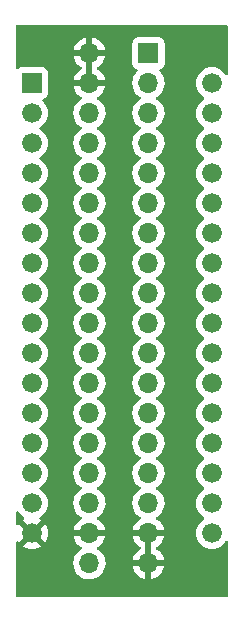
<source format=gbr>
%TF.GenerationSoftware,KiCad,Pcbnew,(6.0.7-1)-1*%
%TF.CreationDate,2023-01-02T14:41:07-08:00*%
%TF.ProjectId,QCard,51436172-642e-46b6-9963-61645f706362,rev?*%
%TF.SameCoordinates,Original*%
%TF.FileFunction,Copper,L2,Bot*%
%TF.FilePolarity,Positive*%
%FSLAX46Y46*%
G04 Gerber Fmt 4.6, Leading zero omitted, Abs format (unit mm)*
G04 Created by KiCad (PCBNEW (6.0.7-1)-1) date 2023-01-02 14:41:07*
%MOMM*%
%LPD*%
G01*
G04 APERTURE LIST*
%TA.AperFunction,ComponentPad*%
%ADD10R,1.700000X1.700000*%
%TD*%
%TA.AperFunction,ComponentPad*%
%ADD11O,1.700000X1.700000*%
%TD*%
%TA.AperFunction,ComponentPad*%
%ADD12R,1.676400X1.676400*%
%TD*%
%TA.AperFunction,ComponentPad*%
%ADD13C,1.676400*%
%TD*%
G04 APERTURE END LIST*
D10*
%TO.P,J1,1,Pin_1*%
%TO.N,/VCC*%
X95750000Y-52925000D03*
D11*
%TO.P,J1,2,Pin_2*%
%TO.N,/GND*%
X90750000Y-52925000D03*
%TO.P,J1,3,Pin_3*%
%TO.N,/A18*%
X95750000Y-55465000D03*
%TO.P,J1,4,Pin_4*%
%TO.N,/GND*%
X90750000Y-55465000D03*
%TO.P,J1,5,Pin_5*%
%TO.N,/A17*%
X95750000Y-58005000D03*
%TO.P,J1,6,Pin_6*%
%TO.N,/A16*%
X90750000Y-58005000D03*
%TO.P,J1,7,Pin_7*%
%TO.N,/A14*%
X95750000Y-60545000D03*
%TO.P,J1,8,Pin_8*%
%TO.N,/A15*%
X90750000Y-60545000D03*
%TO.P,J1,9,Pin_9*%
%TO.N,/A13*%
X95750000Y-63085000D03*
%TO.P,J1,10,Pin_10*%
%TO.N,/A12*%
X90750000Y-63085000D03*
%TO.P,J1,11,Pin_11*%
%TO.N,/A8*%
X95750000Y-65625000D03*
%TO.P,J1,12,Pin_12*%
%TO.N,/A7*%
X90750000Y-65625000D03*
%TO.P,J1,13,Pin_13*%
%TO.N,/A9*%
X95750000Y-68165000D03*
%TO.P,J1,14,Pin_14*%
%TO.N,/A6*%
X90750000Y-68165000D03*
%TO.P,J1,15,Pin_15*%
%TO.N,/A11*%
X95750000Y-70705000D03*
%TO.P,J1,16,Pin_16*%
%TO.N,/A5*%
X90750000Y-70705000D03*
%TO.P,J1,17,Pin_17*%
%TO.N,/OE*%
X95750000Y-73245000D03*
%TO.P,J1,18,Pin_18*%
%TO.N,/A4*%
X90750000Y-73245000D03*
%TO.P,J1,19,Pin_19*%
%TO.N,/A10*%
X95750000Y-75785000D03*
%TO.P,J1,20,Pin_20*%
%TO.N,/A3*%
X90750000Y-75785000D03*
%TO.P,J1,21,Pin_21*%
%TO.N,/CE*%
X95750000Y-78325000D03*
%TO.P,J1,22,Pin_22*%
%TO.N,/A2*%
X90750000Y-78325000D03*
%TO.P,J1,23,Pin_23*%
%TO.N,/D7*%
X95750000Y-80865000D03*
%TO.P,J1,24,Pin_24*%
%TO.N,/A1*%
X90750000Y-80865000D03*
%TO.P,J1,25,Pin_25*%
%TO.N,/D6*%
X95750000Y-83405000D03*
%TO.P,J1,26,Pin_26*%
%TO.N,/A0*%
X90750000Y-83405000D03*
%TO.P,J1,27,Pin_27*%
%TO.N,/D5*%
X95750000Y-85945000D03*
%TO.P,J1,28,Pin_28*%
%TO.N,/D0*%
X90750000Y-85945000D03*
%TO.P,J1,29,Pin_29*%
%TO.N,/D4*%
X95750000Y-88485000D03*
%TO.P,J1,30,Pin_30*%
%TO.N,/D1*%
X90750000Y-88485000D03*
%TO.P,J1,31,Pin_31*%
%TO.N,/D3*%
X95750000Y-91025000D03*
%TO.P,J1,32,Pin_32*%
%TO.N,/D2*%
X90750000Y-91025000D03*
%TO.P,J1,33,Pin_33*%
%TO.N,/GND*%
X95750000Y-93565000D03*
%TO.P,J1,34,Pin_34*%
X90750000Y-93565000D03*
%TO.P,J1,35,Pin_35*%
X95750000Y-96105000D03*
%TO.P,J1,36,Pin_36*%
%TO.N,unconnected-(J1-Pad36)*%
X90750000Y-96105000D03*
%TD*%
D12*
%TO.P,U1,1,VPP*%
%TO.N,unconnected-(U1-Pad1)*%
X85880000Y-55450000D03*
D13*
%TO.P,U1,2,A16*%
%TO.N,/A16*%
X85880000Y-57990000D03*
%TO.P,U1,3,A15*%
%TO.N,/A15*%
X85880000Y-60530000D03*
%TO.P,U1,4,A12*%
%TO.N,/A12*%
X85880000Y-63070000D03*
%TO.P,U1,5,A7*%
%TO.N,/A7*%
X85880000Y-65610000D03*
%TO.P,U1,6,A6*%
%TO.N,/A6*%
X85880000Y-68150000D03*
%TO.P,U1,7,A5*%
%TO.N,/A5*%
X85880000Y-70690000D03*
%TO.P,U1,8,A4*%
%TO.N,/A4*%
X85880000Y-73230000D03*
%TO.P,U1,9,A3*%
%TO.N,/A3*%
X85880000Y-75770000D03*
%TO.P,U1,10,A2*%
%TO.N,/A2*%
X85880000Y-78310000D03*
%TO.P,U1,11,A1*%
%TO.N,/A1*%
X85880000Y-80850000D03*
%TO.P,U1,12,A0*%
%TO.N,/A0*%
X85880000Y-83390000D03*
%TO.P,U1,13,O0*%
%TO.N,/D0*%
X85880000Y-85930000D03*
%TO.P,U1,14,O1*%
%TO.N,/D1*%
X85880000Y-88470000D03*
%TO.P,U1,15,O2*%
%TO.N,/D2*%
X85880000Y-91010000D03*
%TO.P,U1,16,GND*%
%TO.N,/GND*%
X85880000Y-93550000D03*
%TO.P,U1,17,O3*%
%TO.N,/D3*%
X101120000Y-93550000D03*
%TO.P,U1,18,O4*%
%TO.N,/D4*%
X101120000Y-91010000D03*
%TO.P,U1,19,O5*%
%TO.N,/D5*%
X101120000Y-88470000D03*
%TO.P,U1,20,O6*%
%TO.N,/D6*%
X101120000Y-85930000D03*
%TO.P,U1,21,O7*%
%TO.N,/D7*%
X101120000Y-83390000D03*
%TO.P,U1,22,~CE*%
%TO.N,/CE*%
X101120000Y-80850000D03*
%TO.P,U1,23,A10*%
%TO.N,/A10*%
X101120000Y-78310000D03*
%TO.P,U1,24,~OE*%
%TO.N,/OE*%
X101120000Y-75770000D03*
%TO.P,U1,25,A11*%
%TO.N,/A11*%
X101120000Y-73230000D03*
%TO.P,U1,26,A9*%
%TO.N,/A9*%
X101120000Y-70690000D03*
%TO.P,U1,27,A8*%
%TO.N,/A8*%
X101120000Y-68150000D03*
%TO.P,U1,28,A13*%
%TO.N,/A13*%
X101120000Y-65610000D03*
%TO.P,U1,29,A14*%
%TO.N,/A14*%
X101120000Y-63070000D03*
%TO.P,U1,30,A17*%
%TO.N,/A17*%
X101120000Y-60530000D03*
%TO.P,U1,31,A18*%
%TO.N,/A18*%
X101120000Y-57990000D03*
%TO.P,U1,32,VCC*%
%TO.N,/VCC*%
X101120000Y-55450000D03*
%TD*%
%TA.AperFunction,Conductor*%
%TO.N,/GND*%
G36*
X102433621Y-50528502D02*
G01*
X102480114Y-50582158D01*
X102491500Y-50634500D01*
X102491500Y-54661185D01*
X102471498Y-54729306D01*
X102417842Y-54775799D01*
X102347568Y-54785903D01*
X102282988Y-54756409D01*
X102262287Y-54733455D01*
X102171444Y-54603717D01*
X102155573Y-54581051D01*
X101988949Y-54414427D01*
X101795922Y-54279269D01*
X101790944Y-54276948D01*
X101790941Y-54276946D01*
X101587340Y-54182005D01*
X101587338Y-54182004D01*
X101582358Y-54179682D01*
X101577050Y-54178260D01*
X101577048Y-54178259D01*
X101360060Y-54120118D01*
X101360059Y-54120118D01*
X101354745Y-54118694D01*
X101120000Y-54098156D01*
X100885255Y-54118694D01*
X100879941Y-54120118D01*
X100879940Y-54120118D01*
X100662952Y-54178259D01*
X100662950Y-54178260D01*
X100657642Y-54179682D01*
X100652662Y-54182004D01*
X100652660Y-54182005D01*
X100449059Y-54276946D01*
X100449056Y-54276948D01*
X100444078Y-54279269D01*
X100251051Y-54414427D01*
X100084427Y-54581051D01*
X99949269Y-54774078D01*
X99946948Y-54779056D01*
X99946946Y-54779059D01*
X99927463Y-54820840D01*
X99849682Y-54987642D01*
X99848260Y-54992950D01*
X99848259Y-54992952D01*
X99791033Y-55206525D01*
X99788694Y-55215255D01*
X99768156Y-55450000D01*
X99788694Y-55684745D01*
X99790118Y-55690059D01*
X99790118Y-55690060D01*
X99840282Y-55877275D01*
X99849682Y-55912358D01*
X99852004Y-55917338D01*
X99852005Y-55917340D01*
X99944133Y-56114907D01*
X99949269Y-56125922D01*
X100084427Y-56318949D01*
X100251051Y-56485573D01*
X100284753Y-56509171D01*
X100438445Y-56616787D01*
X100482774Y-56672244D01*
X100490083Y-56742863D01*
X100458053Y-56806224D01*
X100438445Y-56823213D01*
X100383418Y-56861743D01*
X100251051Y-56954427D01*
X100084427Y-57121051D01*
X99949269Y-57314078D01*
X99946948Y-57319056D01*
X99946946Y-57319059D01*
X99929491Y-57356492D01*
X99849682Y-57527642D01*
X99848260Y-57532950D01*
X99848259Y-57532952D01*
X99846559Y-57539297D01*
X99788694Y-57755255D01*
X99768156Y-57990000D01*
X99788694Y-58224745D01*
X99790118Y-58230059D01*
X99790118Y-58230060D01*
X99808329Y-58298023D01*
X99849682Y-58452358D01*
X99852004Y-58457338D01*
X99852005Y-58457340D01*
X99944133Y-58654907D01*
X99949269Y-58665922D01*
X100084427Y-58858949D01*
X100251051Y-59025573D01*
X100255563Y-59028732D01*
X100438445Y-59156787D01*
X100482774Y-59212244D01*
X100490083Y-59282863D01*
X100458053Y-59346224D01*
X100438445Y-59363213D01*
X100375762Y-59407104D01*
X100251051Y-59494427D01*
X100084427Y-59661051D01*
X99949269Y-59854078D01*
X99946948Y-59859056D01*
X99946946Y-59859059D01*
X99929491Y-59896492D01*
X99849682Y-60067642D01*
X99848260Y-60072950D01*
X99848259Y-60072952D01*
X99846559Y-60079297D01*
X99788694Y-60295255D01*
X99768156Y-60530000D01*
X99788694Y-60764745D01*
X99790118Y-60770059D01*
X99790118Y-60770060D01*
X99808329Y-60838023D01*
X99849682Y-60992358D01*
X99852004Y-60997338D01*
X99852005Y-60997340D01*
X99944133Y-61194907D01*
X99949269Y-61205922D01*
X100084427Y-61398949D01*
X100251051Y-61565573D01*
X100255563Y-61568732D01*
X100438445Y-61696787D01*
X100482774Y-61752244D01*
X100490083Y-61822863D01*
X100458053Y-61886224D01*
X100438445Y-61903213D01*
X100375762Y-61947104D01*
X100251051Y-62034427D01*
X100084427Y-62201051D01*
X99949269Y-62394078D01*
X99946948Y-62399056D01*
X99946946Y-62399059D01*
X99929491Y-62436492D01*
X99849682Y-62607642D01*
X99848260Y-62612950D01*
X99848259Y-62612952D01*
X99846559Y-62619297D01*
X99788694Y-62835255D01*
X99768156Y-63070000D01*
X99788694Y-63304745D01*
X99790118Y-63310059D01*
X99790118Y-63310060D01*
X99808329Y-63378023D01*
X99849682Y-63532358D01*
X99852004Y-63537338D01*
X99852005Y-63537340D01*
X99944133Y-63734907D01*
X99949269Y-63745922D01*
X100084427Y-63938949D01*
X100251051Y-64105573D01*
X100255563Y-64108732D01*
X100438445Y-64236787D01*
X100482774Y-64292244D01*
X100490083Y-64362863D01*
X100458053Y-64426224D01*
X100438445Y-64443213D01*
X100375762Y-64487104D01*
X100251051Y-64574427D01*
X100084427Y-64741051D01*
X99949269Y-64934078D01*
X99946948Y-64939056D01*
X99946946Y-64939059D01*
X99929491Y-64976492D01*
X99849682Y-65147642D01*
X99848260Y-65152950D01*
X99848259Y-65152952D01*
X99846559Y-65159297D01*
X99788694Y-65375255D01*
X99768156Y-65610000D01*
X99788694Y-65844745D01*
X99790118Y-65850059D01*
X99790118Y-65850060D01*
X99808329Y-65918023D01*
X99849682Y-66072358D01*
X99852004Y-66077338D01*
X99852005Y-66077340D01*
X99944133Y-66274907D01*
X99949269Y-66285922D01*
X100084427Y-66478949D01*
X100251051Y-66645573D01*
X100255563Y-66648732D01*
X100438445Y-66776787D01*
X100482774Y-66832244D01*
X100490083Y-66902863D01*
X100458053Y-66966224D01*
X100438445Y-66983213D01*
X100375762Y-67027104D01*
X100251051Y-67114427D01*
X100084427Y-67281051D01*
X99949269Y-67474078D01*
X99946948Y-67479056D01*
X99946946Y-67479059D01*
X99929491Y-67516492D01*
X99849682Y-67687642D01*
X99848260Y-67692950D01*
X99848259Y-67692952D01*
X99846559Y-67699297D01*
X99788694Y-67915255D01*
X99768156Y-68150000D01*
X99788694Y-68384745D01*
X99790118Y-68390059D01*
X99790118Y-68390060D01*
X99808329Y-68458023D01*
X99849682Y-68612358D01*
X99852004Y-68617338D01*
X99852005Y-68617340D01*
X99944133Y-68814907D01*
X99949269Y-68825922D01*
X100084427Y-69018949D01*
X100251051Y-69185573D01*
X100255563Y-69188732D01*
X100438445Y-69316787D01*
X100482774Y-69372244D01*
X100490083Y-69442863D01*
X100458053Y-69506224D01*
X100438445Y-69523213D01*
X100375762Y-69567104D01*
X100251051Y-69654427D01*
X100084427Y-69821051D01*
X99949269Y-70014078D01*
X99946948Y-70019056D01*
X99946946Y-70019059D01*
X99929491Y-70056492D01*
X99849682Y-70227642D01*
X99848260Y-70232950D01*
X99848259Y-70232952D01*
X99846559Y-70239297D01*
X99788694Y-70455255D01*
X99768156Y-70690000D01*
X99788694Y-70924745D01*
X99790118Y-70930059D01*
X99790118Y-70930060D01*
X99808329Y-70998023D01*
X99849682Y-71152358D01*
X99852004Y-71157338D01*
X99852005Y-71157340D01*
X99944133Y-71354907D01*
X99949269Y-71365922D01*
X100084427Y-71558949D01*
X100251051Y-71725573D01*
X100255563Y-71728732D01*
X100438445Y-71856787D01*
X100482774Y-71912244D01*
X100490083Y-71982863D01*
X100458053Y-72046224D01*
X100438445Y-72063213D01*
X100375762Y-72107104D01*
X100251051Y-72194427D01*
X100084427Y-72361051D01*
X99949269Y-72554078D01*
X99946948Y-72559056D01*
X99946946Y-72559059D01*
X99929491Y-72596492D01*
X99849682Y-72767642D01*
X99848260Y-72772950D01*
X99848259Y-72772952D01*
X99846559Y-72779297D01*
X99788694Y-72995255D01*
X99768156Y-73230000D01*
X99788694Y-73464745D01*
X99790118Y-73470059D01*
X99790118Y-73470060D01*
X99808329Y-73538023D01*
X99849682Y-73692358D01*
X99852004Y-73697338D01*
X99852005Y-73697340D01*
X99944133Y-73894907D01*
X99949269Y-73905922D01*
X100084427Y-74098949D01*
X100251051Y-74265573D01*
X100255563Y-74268732D01*
X100438445Y-74396787D01*
X100482774Y-74452244D01*
X100490083Y-74522863D01*
X100458053Y-74586224D01*
X100438445Y-74603213D01*
X100375762Y-74647104D01*
X100251051Y-74734427D01*
X100084427Y-74901051D01*
X99949269Y-75094078D01*
X99946948Y-75099056D01*
X99946946Y-75099059D01*
X99929491Y-75136492D01*
X99849682Y-75307642D01*
X99848260Y-75312950D01*
X99848259Y-75312952D01*
X99846559Y-75319297D01*
X99788694Y-75535255D01*
X99768156Y-75770000D01*
X99788694Y-76004745D01*
X99790118Y-76010059D01*
X99790118Y-76010060D01*
X99808329Y-76078023D01*
X99849682Y-76232358D01*
X99852004Y-76237338D01*
X99852005Y-76237340D01*
X99944133Y-76434907D01*
X99949269Y-76445922D01*
X100084427Y-76638949D01*
X100251051Y-76805573D01*
X100255563Y-76808732D01*
X100438445Y-76936787D01*
X100482774Y-76992244D01*
X100490083Y-77062863D01*
X100458053Y-77126224D01*
X100438445Y-77143213D01*
X100375762Y-77187104D01*
X100251051Y-77274427D01*
X100084427Y-77441051D01*
X99949269Y-77634078D01*
X99946948Y-77639056D01*
X99946946Y-77639059D01*
X99929491Y-77676492D01*
X99849682Y-77847642D01*
X99848260Y-77852950D01*
X99848259Y-77852952D01*
X99846559Y-77859297D01*
X99788694Y-78075255D01*
X99768156Y-78310000D01*
X99788694Y-78544745D01*
X99790118Y-78550059D01*
X99790118Y-78550060D01*
X99808329Y-78618023D01*
X99849682Y-78772358D01*
X99852004Y-78777338D01*
X99852005Y-78777340D01*
X99944133Y-78974907D01*
X99949269Y-78985922D01*
X100084427Y-79178949D01*
X100251051Y-79345573D01*
X100255563Y-79348732D01*
X100438445Y-79476787D01*
X100482774Y-79532244D01*
X100490083Y-79602863D01*
X100458053Y-79666224D01*
X100438445Y-79683213D01*
X100375762Y-79727104D01*
X100251051Y-79814427D01*
X100084427Y-79981051D01*
X99949269Y-80174078D01*
X99946948Y-80179056D01*
X99946946Y-80179059D01*
X99929491Y-80216492D01*
X99849682Y-80387642D01*
X99848260Y-80392950D01*
X99848259Y-80392952D01*
X99846559Y-80399297D01*
X99788694Y-80615255D01*
X99768156Y-80850000D01*
X99788694Y-81084745D01*
X99790118Y-81090059D01*
X99790118Y-81090060D01*
X99808329Y-81158023D01*
X99849682Y-81312358D01*
X99852004Y-81317338D01*
X99852005Y-81317340D01*
X99944133Y-81514907D01*
X99949269Y-81525922D01*
X100084427Y-81718949D01*
X100251051Y-81885573D01*
X100255563Y-81888732D01*
X100438445Y-82016787D01*
X100482774Y-82072244D01*
X100490083Y-82142863D01*
X100458053Y-82206224D01*
X100438445Y-82223213D01*
X100375762Y-82267104D01*
X100251051Y-82354427D01*
X100084427Y-82521051D01*
X99949269Y-82714078D01*
X99946948Y-82719056D01*
X99946946Y-82719059D01*
X99929491Y-82756492D01*
X99849682Y-82927642D01*
X99848260Y-82932950D01*
X99848259Y-82932952D01*
X99846559Y-82939297D01*
X99788694Y-83155255D01*
X99768156Y-83390000D01*
X99788694Y-83624745D01*
X99790118Y-83630059D01*
X99790118Y-83630060D01*
X99808329Y-83698023D01*
X99849682Y-83852358D01*
X99852004Y-83857338D01*
X99852005Y-83857340D01*
X99944133Y-84054907D01*
X99949269Y-84065922D01*
X100084427Y-84258949D01*
X100251051Y-84425573D01*
X100255563Y-84428732D01*
X100438445Y-84556787D01*
X100482774Y-84612244D01*
X100490083Y-84682863D01*
X100458053Y-84746224D01*
X100438445Y-84763213D01*
X100375762Y-84807104D01*
X100251051Y-84894427D01*
X100084427Y-85061051D01*
X99949269Y-85254078D01*
X99946948Y-85259056D01*
X99946946Y-85259059D01*
X99929491Y-85296492D01*
X99849682Y-85467642D01*
X99848260Y-85472950D01*
X99848259Y-85472952D01*
X99846559Y-85479297D01*
X99788694Y-85695255D01*
X99768156Y-85930000D01*
X99788694Y-86164745D01*
X99790118Y-86170059D01*
X99790118Y-86170060D01*
X99808329Y-86238023D01*
X99849682Y-86392358D01*
X99852004Y-86397338D01*
X99852005Y-86397340D01*
X99944133Y-86594907D01*
X99949269Y-86605922D01*
X100084427Y-86798949D01*
X100251051Y-86965573D01*
X100255563Y-86968732D01*
X100438445Y-87096787D01*
X100482774Y-87152244D01*
X100490083Y-87222863D01*
X100458053Y-87286224D01*
X100438445Y-87303213D01*
X100375762Y-87347104D01*
X100251051Y-87434427D01*
X100084427Y-87601051D01*
X99949269Y-87794078D01*
X99946948Y-87799056D01*
X99946946Y-87799059D01*
X99929491Y-87836492D01*
X99849682Y-88007642D01*
X99848260Y-88012950D01*
X99848259Y-88012952D01*
X99846559Y-88019297D01*
X99788694Y-88235255D01*
X99768156Y-88470000D01*
X99788694Y-88704745D01*
X99790118Y-88710059D01*
X99790118Y-88710060D01*
X99808329Y-88778023D01*
X99849682Y-88932358D01*
X99852004Y-88937338D01*
X99852005Y-88937340D01*
X99944133Y-89134907D01*
X99949269Y-89145922D01*
X100084427Y-89338949D01*
X100251051Y-89505573D01*
X100255563Y-89508732D01*
X100438445Y-89636787D01*
X100482774Y-89692244D01*
X100490083Y-89762863D01*
X100458053Y-89826224D01*
X100438445Y-89843213D01*
X100375762Y-89887104D01*
X100251051Y-89974427D01*
X100084427Y-90141051D01*
X99949269Y-90334078D01*
X99946948Y-90339056D01*
X99946946Y-90339059D01*
X99929491Y-90376492D01*
X99849682Y-90547642D01*
X99848260Y-90552950D01*
X99848259Y-90552952D01*
X99846559Y-90559297D01*
X99788694Y-90775255D01*
X99768156Y-91010000D01*
X99788694Y-91244745D01*
X99790118Y-91250059D01*
X99790118Y-91250060D01*
X99808329Y-91318023D01*
X99849682Y-91472358D01*
X99852004Y-91477338D01*
X99852005Y-91477340D01*
X99944133Y-91674907D01*
X99949269Y-91685922D01*
X100084427Y-91878949D01*
X100251051Y-92045573D01*
X100255563Y-92048732D01*
X100438445Y-92176787D01*
X100482774Y-92232244D01*
X100490083Y-92302863D01*
X100458053Y-92366224D01*
X100438445Y-92383213D01*
X100392997Y-92415036D01*
X100251051Y-92514427D01*
X100084427Y-92681051D01*
X99949269Y-92874078D01*
X99946948Y-92879056D01*
X99946946Y-92879059D01*
X99925144Y-92925814D01*
X99849682Y-93087642D01*
X99848260Y-93092950D01*
X99848259Y-93092952D01*
X99793000Y-93299183D01*
X99788694Y-93315255D01*
X99768156Y-93550000D01*
X99788694Y-93784745D01*
X99790118Y-93790059D01*
X99790118Y-93790060D01*
X99840282Y-93977275D01*
X99849682Y-94012358D01*
X99852004Y-94017338D01*
X99852005Y-94017340D01*
X99944133Y-94214907D01*
X99949269Y-94225922D01*
X100084427Y-94418949D01*
X100251051Y-94585573D01*
X100444078Y-94720731D01*
X100449056Y-94723052D01*
X100449059Y-94723054D01*
X100651648Y-94817523D01*
X100657642Y-94820318D01*
X100662950Y-94821740D01*
X100662952Y-94821741D01*
X100879940Y-94879882D01*
X100885255Y-94881306D01*
X101120000Y-94901844D01*
X101354745Y-94881306D01*
X101360060Y-94879882D01*
X101577048Y-94821741D01*
X101577050Y-94821740D01*
X101582358Y-94820318D01*
X101588352Y-94817523D01*
X101790941Y-94723054D01*
X101790944Y-94723052D01*
X101795922Y-94720731D01*
X101988949Y-94585573D01*
X102155573Y-94418949D01*
X102212293Y-94337944D01*
X102262287Y-94266545D01*
X102317744Y-94222216D01*
X102388363Y-94214907D01*
X102451724Y-94246937D01*
X102487709Y-94308139D01*
X102491500Y-94338815D01*
X102491500Y-98865500D01*
X102471498Y-98933621D01*
X102417842Y-98980114D01*
X102365500Y-98991500D01*
X84634500Y-98991500D01*
X84566379Y-98971498D01*
X84519886Y-98917842D01*
X84508500Y-98865500D01*
X84508500Y-96071695D01*
X89387251Y-96071695D01*
X89387548Y-96076848D01*
X89387548Y-96076851D01*
X89393011Y-96171590D01*
X89400110Y-96294715D01*
X89401247Y-96299761D01*
X89401248Y-96299767D01*
X89415449Y-96362778D01*
X89449222Y-96512639D01*
X89533266Y-96719616D01*
X89649987Y-96910088D01*
X89796250Y-97078938D01*
X89968126Y-97221632D01*
X90161000Y-97334338D01*
X90369692Y-97414030D01*
X90374760Y-97415061D01*
X90374763Y-97415062D01*
X90469862Y-97434410D01*
X90588597Y-97458567D01*
X90593772Y-97458757D01*
X90593774Y-97458757D01*
X90806673Y-97466564D01*
X90806677Y-97466564D01*
X90811837Y-97466753D01*
X90816957Y-97466097D01*
X90816959Y-97466097D01*
X91028288Y-97439025D01*
X91028289Y-97439025D01*
X91033416Y-97438368D01*
X91038366Y-97436883D01*
X91242429Y-97375661D01*
X91242434Y-97375659D01*
X91247384Y-97374174D01*
X91447994Y-97275896D01*
X91629860Y-97146173D01*
X91788096Y-96988489D01*
X91847594Y-96905689D01*
X91915435Y-96811277D01*
X91918453Y-96807077D01*
X92017430Y-96606811D01*
X92082370Y-96393069D01*
X92085017Y-96372966D01*
X94418257Y-96372966D01*
X94448565Y-96507446D01*
X94451645Y-96517275D01*
X94531770Y-96714603D01*
X94536413Y-96723794D01*
X94647694Y-96905388D01*
X94653777Y-96913699D01*
X94793213Y-97074667D01*
X94800580Y-97081883D01*
X94964434Y-97217916D01*
X94972881Y-97223831D01*
X95156756Y-97331279D01*
X95166042Y-97335729D01*
X95365001Y-97411703D01*
X95374899Y-97414579D01*
X95478250Y-97435606D01*
X95492299Y-97434410D01*
X95496000Y-97424065D01*
X95496000Y-97423517D01*
X96004000Y-97423517D01*
X96008064Y-97437359D01*
X96021478Y-97439393D01*
X96028184Y-97438534D01*
X96038262Y-97436392D01*
X96242255Y-97375191D01*
X96251842Y-97371433D01*
X96443095Y-97277739D01*
X96451945Y-97272464D01*
X96625328Y-97148792D01*
X96633200Y-97142139D01*
X96784052Y-96991812D01*
X96790730Y-96983965D01*
X96915003Y-96811020D01*
X96920313Y-96802183D01*
X97014670Y-96611267D01*
X97018469Y-96601672D01*
X97080377Y-96397910D01*
X97082555Y-96387837D01*
X97083986Y-96376962D01*
X97081775Y-96362778D01*
X97068617Y-96359000D01*
X96022115Y-96359000D01*
X96006876Y-96363475D01*
X96005671Y-96364865D01*
X96004000Y-96372548D01*
X96004000Y-97423517D01*
X95496000Y-97423517D01*
X95496000Y-96377115D01*
X95491525Y-96361876D01*
X95490135Y-96360671D01*
X95482452Y-96359000D01*
X94433225Y-96359000D01*
X94419694Y-96362973D01*
X94418257Y-96372966D01*
X92085017Y-96372966D01*
X92111529Y-96171590D01*
X92113156Y-96105000D01*
X92094852Y-95882361D01*
X92084006Y-95839183D01*
X94414389Y-95839183D01*
X94415912Y-95847607D01*
X94428292Y-95851000D01*
X95477885Y-95851000D01*
X95493124Y-95846525D01*
X95494329Y-95845135D01*
X95496000Y-95837452D01*
X95496000Y-95832885D01*
X96004000Y-95832885D01*
X96008475Y-95848124D01*
X96009865Y-95849329D01*
X96017548Y-95851000D01*
X97068344Y-95851000D01*
X97081875Y-95847027D01*
X97083180Y-95837947D01*
X97041214Y-95670875D01*
X97037894Y-95661124D01*
X96952972Y-95465814D01*
X96948105Y-95456739D01*
X96832426Y-95277926D01*
X96826136Y-95269757D01*
X96682806Y-95112240D01*
X96675273Y-95105215D01*
X96508139Y-94973222D01*
X96499552Y-94967517D01*
X96462116Y-94946851D01*
X96412146Y-94896419D01*
X96397374Y-94826976D01*
X96422490Y-94760571D01*
X96449842Y-94733964D01*
X96625327Y-94608792D01*
X96633200Y-94602139D01*
X96784052Y-94451812D01*
X96790730Y-94443965D01*
X96915003Y-94271020D01*
X96920313Y-94262183D01*
X97014670Y-94071267D01*
X97018469Y-94061672D01*
X97080377Y-93857910D01*
X97082555Y-93847837D01*
X97083986Y-93836962D01*
X97081775Y-93822778D01*
X97068617Y-93819000D01*
X96022115Y-93819000D01*
X96006876Y-93823475D01*
X96005671Y-93824865D01*
X96004000Y-93832548D01*
X96004000Y-95832885D01*
X95496000Y-95832885D01*
X95496000Y-93837115D01*
X95491525Y-93821876D01*
X95490135Y-93820671D01*
X95482452Y-93819000D01*
X94433225Y-93819000D01*
X94419694Y-93822973D01*
X94418257Y-93832966D01*
X94448565Y-93967446D01*
X94451645Y-93977275D01*
X94531770Y-94174603D01*
X94536413Y-94183794D01*
X94647694Y-94365388D01*
X94653777Y-94373699D01*
X94793213Y-94534667D01*
X94800580Y-94541883D01*
X94964434Y-94677916D01*
X94972881Y-94683831D01*
X95042479Y-94724501D01*
X95091203Y-94776140D01*
X95104274Y-94845923D01*
X95077543Y-94911694D01*
X95037087Y-94945053D01*
X95028462Y-94949542D01*
X95019738Y-94955036D01*
X94849433Y-95082905D01*
X94841726Y-95089748D01*
X94694590Y-95243717D01*
X94688104Y-95251727D01*
X94568098Y-95427649D01*
X94563000Y-95436623D01*
X94473338Y-95629783D01*
X94469775Y-95639470D01*
X94414389Y-95839183D01*
X92084006Y-95839183D01*
X92040431Y-95665702D01*
X91951354Y-95460840D01*
X91830014Y-95273277D01*
X91679670Y-95108051D01*
X91675619Y-95104852D01*
X91675615Y-95104848D01*
X91508414Y-94972800D01*
X91508410Y-94972798D01*
X91504359Y-94969598D01*
X91462569Y-94946529D01*
X91412598Y-94896097D01*
X91397826Y-94826654D01*
X91422942Y-94760248D01*
X91450294Y-94733641D01*
X91625328Y-94608792D01*
X91633200Y-94602139D01*
X91784052Y-94451812D01*
X91790730Y-94443965D01*
X91915003Y-94271020D01*
X91920313Y-94262183D01*
X92014670Y-94071267D01*
X92018469Y-94061672D01*
X92080377Y-93857910D01*
X92082555Y-93847837D01*
X92083986Y-93836962D01*
X92081775Y-93822778D01*
X92068617Y-93819000D01*
X89433225Y-93819000D01*
X89419694Y-93822973D01*
X89418257Y-93832966D01*
X89448565Y-93967446D01*
X89451645Y-93977275D01*
X89531770Y-94174603D01*
X89536413Y-94183794D01*
X89647694Y-94365388D01*
X89653777Y-94373699D01*
X89793213Y-94534667D01*
X89800580Y-94541883D01*
X89964434Y-94677916D01*
X89972881Y-94683831D01*
X90041969Y-94724203D01*
X90090693Y-94775842D01*
X90103764Y-94845625D01*
X90077033Y-94911396D01*
X90036584Y-94944752D01*
X90023607Y-94951507D01*
X90019474Y-94954610D01*
X90019471Y-94954612D01*
X89995247Y-94972800D01*
X89844965Y-95085635D01*
X89690629Y-95247138D01*
X89687715Y-95251410D01*
X89687714Y-95251411D01*
X89675404Y-95269457D01*
X89564743Y-95431680D01*
X89470688Y-95634305D01*
X89410989Y-95849570D01*
X89387251Y-96071695D01*
X84508500Y-96071695D01*
X84508500Y-94663490D01*
X85131064Y-94663490D01*
X85140358Y-94675504D01*
X85199821Y-94717140D01*
X85209316Y-94722623D01*
X85412832Y-94817523D01*
X85423124Y-94821269D01*
X85640027Y-94879388D01*
X85650822Y-94881291D01*
X85874525Y-94900863D01*
X85885475Y-94900863D01*
X86109178Y-94881291D01*
X86119973Y-94879388D01*
X86336876Y-94821269D01*
X86347168Y-94817523D01*
X86550684Y-94722623D01*
X86560179Y-94717140D01*
X86620477Y-94674919D01*
X86628852Y-94664442D01*
X86621785Y-94650996D01*
X85892811Y-93922021D01*
X85878868Y-93914408D01*
X85877034Y-93914539D01*
X85870420Y-93918790D01*
X85137491Y-94651720D01*
X85131064Y-94663490D01*
X84508500Y-94663490D01*
X84508500Y-94337944D01*
X84528502Y-94269823D01*
X84582158Y-94223330D01*
X84652432Y-94213226D01*
X84717012Y-94242720D01*
X84737713Y-94265673D01*
X84755081Y-94290477D01*
X84765558Y-94298852D01*
X84779004Y-94291785D01*
X85507979Y-93562811D01*
X85514356Y-93551132D01*
X86244408Y-93551132D01*
X86244539Y-93552966D01*
X86248790Y-93559580D01*
X86981720Y-94292509D01*
X86993490Y-94298936D01*
X87005504Y-94289642D01*
X87047140Y-94230179D01*
X87052623Y-94220684D01*
X87147523Y-94017168D01*
X87151269Y-94006876D01*
X87209388Y-93789973D01*
X87211291Y-93779178D01*
X87230863Y-93555475D01*
X87230863Y-93544525D01*
X87211291Y-93320822D01*
X87209388Y-93310027D01*
X87151269Y-93093124D01*
X87147523Y-93082832D01*
X87052623Y-92879316D01*
X87047140Y-92869821D01*
X87004919Y-92809523D01*
X86994442Y-92801148D01*
X86980996Y-92808215D01*
X86252021Y-93537189D01*
X86244408Y-93551132D01*
X85514356Y-93551132D01*
X85515592Y-93548868D01*
X85515461Y-93547034D01*
X85511210Y-93540420D01*
X84778280Y-92807491D01*
X84766510Y-92801064D01*
X84754496Y-92810358D01*
X84737713Y-92834327D01*
X84682256Y-92878655D01*
X84611637Y-92885964D01*
X84548276Y-92853933D01*
X84512291Y-92792732D01*
X84508500Y-92762056D01*
X84508500Y-91798815D01*
X84528502Y-91730694D01*
X84582158Y-91684201D01*
X84652432Y-91674097D01*
X84717012Y-91703591D01*
X84737713Y-91726545D01*
X84788317Y-91798815D01*
X84844427Y-91878949D01*
X85011051Y-92045573D01*
X85151966Y-92144242D01*
X85198881Y-92177092D01*
X85243209Y-92232549D01*
X85250518Y-92303168D01*
X85218488Y-92366529D01*
X85198881Y-92383518D01*
X85139523Y-92425081D01*
X85131148Y-92435558D01*
X85138215Y-92449004D01*
X85867189Y-93177979D01*
X85881132Y-93185592D01*
X85882966Y-93185461D01*
X85889580Y-93181210D01*
X86622509Y-92448280D01*
X86628936Y-92436510D01*
X86619642Y-92424496D01*
X86561119Y-92383518D01*
X86516791Y-92328061D01*
X86509482Y-92257442D01*
X86541513Y-92194081D01*
X86561119Y-92177092D01*
X86608034Y-92144242D01*
X86748949Y-92045573D01*
X86915573Y-91878949D01*
X87050731Y-91685922D01*
X87055868Y-91674907D01*
X87147995Y-91477340D01*
X87147996Y-91477338D01*
X87150318Y-91472358D01*
X87191672Y-91318023D01*
X87209882Y-91250060D01*
X87209882Y-91250059D01*
X87211306Y-91244745D01*
X87231844Y-91010000D01*
X87230242Y-90991695D01*
X89387251Y-90991695D01*
X89387548Y-90996848D01*
X89387548Y-90996851D01*
X89393011Y-91091590D01*
X89400110Y-91214715D01*
X89401247Y-91219761D01*
X89401248Y-91219767D01*
X89408075Y-91250060D01*
X89449222Y-91432639D01*
X89533266Y-91639616D01*
X89649987Y-91830088D01*
X89796250Y-91998938D01*
X89968126Y-92141632D01*
X90028287Y-92176787D01*
X90041955Y-92184774D01*
X90090679Y-92236412D01*
X90103750Y-92306195D01*
X90077019Y-92371967D01*
X90036562Y-92405327D01*
X90028457Y-92409546D01*
X90019738Y-92415036D01*
X89849433Y-92542905D01*
X89841726Y-92549748D01*
X89694590Y-92703717D01*
X89688104Y-92711727D01*
X89568098Y-92887649D01*
X89563000Y-92896623D01*
X89473338Y-93089783D01*
X89469775Y-93099470D01*
X89414389Y-93299183D01*
X89415912Y-93307607D01*
X89428292Y-93311000D01*
X92068344Y-93311000D01*
X92081875Y-93307027D01*
X92083180Y-93297947D01*
X92041214Y-93130875D01*
X92037894Y-93121124D01*
X91952972Y-92925814D01*
X91948105Y-92916739D01*
X91832426Y-92737926D01*
X91826136Y-92729757D01*
X91682806Y-92572240D01*
X91675273Y-92565215D01*
X91508139Y-92433222D01*
X91499556Y-92427520D01*
X91462602Y-92407120D01*
X91412631Y-92356687D01*
X91397859Y-92287245D01*
X91422975Y-92220839D01*
X91450327Y-92194232D01*
X91474784Y-92176787D01*
X91629860Y-92066173D01*
X91788096Y-91908489D01*
X91847594Y-91825689D01*
X91915435Y-91731277D01*
X91918453Y-91727077D01*
X91930061Y-91703591D01*
X92015136Y-91531453D01*
X92015137Y-91531451D01*
X92017430Y-91526811D01*
X92082370Y-91313069D01*
X92111529Y-91091590D01*
X92113156Y-91025000D01*
X92110418Y-90991695D01*
X94387251Y-90991695D01*
X94387548Y-90996848D01*
X94387548Y-90996851D01*
X94393011Y-91091590D01*
X94400110Y-91214715D01*
X94401247Y-91219761D01*
X94401248Y-91219767D01*
X94408075Y-91250060D01*
X94449222Y-91432639D01*
X94533266Y-91639616D01*
X94649987Y-91830088D01*
X94796250Y-91998938D01*
X94968126Y-92141632D01*
X95028287Y-92176787D01*
X95041955Y-92184774D01*
X95090679Y-92236412D01*
X95103750Y-92306195D01*
X95077019Y-92371967D01*
X95036562Y-92405327D01*
X95028457Y-92409546D01*
X95019738Y-92415036D01*
X94849433Y-92542905D01*
X94841726Y-92549748D01*
X94694590Y-92703717D01*
X94688104Y-92711727D01*
X94568098Y-92887649D01*
X94563000Y-92896623D01*
X94473338Y-93089783D01*
X94469775Y-93099470D01*
X94414389Y-93299183D01*
X94415912Y-93307607D01*
X94428292Y-93311000D01*
X97068344Y-93311000D01*
X97081875Y-93307027D01*
X97083180Y-93297947D01*
X97041214Y-93130875D01*
X97037894Y-93121124D01*
X96952972Y-92925814D01*
X96948105Y-92916739D01*
X96832426Y-92737926D01*
X96826136Y-92729757D01*
X96682806Y-92572240D01*
X96675273Y-92565215D01*
X96508139Y-92433222D01*
X96499556Y-92427520D01*
X96462602Y-92407120D01*
X96412631Y-92356687D01*
X96397859Y-92287245D01*
X96422975Y-92220839D01*
X96450327Y-92194232D01*
X96474784Y-92176787D01*
X96629860Y-92066173D01*
X96788096Y-91908489D01*
X96847594Y-91825689D01*
X96915435Y-91731277D01*
X96918453Y-91727077D01*
X96930061Y-91703591D01*
X97015136Y-91531453D01*
X97015137Y-91531451D01*
X97017430Y-91526811D01*
X97082370Y-91313069D01*
X97111529Y-91091590D01*
X97113156Y-91025000D01*
X97094852Y-90802361D01*
X97040431Y-90585702D01*
X96951354Y-90380840D01*
X96830014Y-90193277D01*
X96679670Y-90028051D01*
X96675619Y-90024852D01*
X96675615Y-90024848D01*
X96508414Y-89892800D01*
X96508410Y-89892798D01*
X96504359Y-89889598D01*
X96463053Y-89866796D01*
X96413084Y-89816364D01*
X96398312Y-89746921D01*
X96423428Y-89680516D01*
X96450780Y-89653909D01*
X96494603Y-89622650D01*
X96629860Y-89526173D01*
X96788096Y-89368489D01*
X96847594Y-89285689D01*
X96915435Y-89191277D01*
X96918453Y-89187077D01*
X96930061Y-89163591D01*
X97015136Y-88991453D01*
X97015137Y-88991451D01*
X97017430Y-88986811D01*
X97082370Y-88773069D01*
X97111529Y-88551590D01*
X97113156Y-88485000D01*
X97094852Y-88262361D01*
X97040431Y-88045702D01*
X96951354Y-87840840D01*
X96830014Y-87653277D01*
X96679670Y-87488051D01*
X96675619Y-87484852D01*
X96675615Y-87484848D01*
X96508414Y-87352800D01*
X96508410Y-87352798D01*
X96504359Y-87349598D01*
X96463053Y-87326796D01*
X96413084Y-87276364D01*
X96398312Y-87206921D01*
X96423428Y-87140516D01*
X96450780Y-87113909D01*
X96494603Y-87082650D01*
X96629860Y-86986173D01*
X96788096Y-86828489D01*
X96847594Y-86745689D01*
X96915435Y-86651277D01*
X96918453Y-86647077D01*
X96930061Y-86623591D01*
X97015136Y-86451453D01*
X97015137Y-86451451D01*
X97017430Y-86446811D01*
X97082370Y-86233069D01*
X97111529Y-86011590D01*
X97113156Y-85945000D01*
X97094852Y-85722361D01*
X97040431Y-85505702D01*
X96951354Y-85300840D01*
X96830014Y-85113277D01*
X96679670Y-84948051D01*
X96675619Y-84944852D01*
X96675615Y-84944848D01*
X96508414Y-84812800D01*
X96508410Y-84812798D01*
X96504359Y-84809598D01*
X96463053Y-84786796D01*
X96413084Y-84736364D01*
X96398312Y-84666921D01*
X96423428Y-84600516D01*
X96450780Y-84573909D01*
X96494603Y-84542650D01*
X96629860Y-84446173D01*
X96788096Y-84288489D01*
X96847594Y-84205689D01*
X96915435Y-84111277D01*
X96918453Y-84107077D01*
X96930061Y-84083591D01*
X97015136Y-83911453D01*
X97015137Y-83911451D01*
X97017430Y-83906811D01*
X97082370Y-83693069D01*
X97111529Y-83471590D01*
X97113156Y-83405000D01*
X97094852Y-83182361D01*
X97040431Y-82965702D01*
X96951354Y-82760840D01*
X96830014Y-82573277D01*
X96679670Y-82408051D01*
X96675619Y-82404852D01*
X96675615Y-82404848D01*
X96508414Y-82272800D01*
X96508410Y-82272798D01*
X96504359Y-82269598D01*
X96463053Y-82246796D01*
X96413084Y-82196364D01*
X96398312Y-82126921D01*
X96423428Y-82060516D01*
X96450780Y-82033909D01*
X96494603Y-82002650D01*
X96629860Y-81906173D01*
X96788096Y-81748489D01*
X96847594Y-81665689D01*
X96915435Y-81571277D01*
X96918453Y-81567077D01*
X96930061Y-81543591D01*
X97015136Y-81371453D01*
X97015137Y-81371451D01*
X97017430Y-81366811D01*
X97082370Y-81153069D01*
X97111529Y-80931590D01*
X97113156Y-80865000D01*
X97094852Y-80642361D01*
X97040431Y-80425702D01*
X96951354Y-80220840D01*
X96830014Y-80033277D01*
X96679670Y-79868051D01*
X96675619Y-79864852D01*
X96675615Y-79864848D01*
X96508414Y-79732800D01*
X96508410Y-79732798D01*
X96504359Y-79729598D01*
X96463053Y-79706796D01*
X96413084Y-79656364D01*
X96398312Y-79586921D01*
X96423428Y-79520516D01*
X96450780Y-79493909D01*
X96494603Y-79462650D01*
X96629860Y-79366173D01*
X96788096Y-79208489D01*
X96847594Y-79125689D01*
X96915435Y-79031277D01*
X96918453Y-79027077D01*
X96930061Y-79003591D01*
X97015136Y-78831453D01*
X97015137Y-78831451D01*
X97017430Y-78826811D01*
X97082370Y-78613069D01*
X97111529Y-78391590D01*
X97113156Y-78325000D01*
X97094852Y-78102361D01*
X97040431Y-77885702D01*
X96951354Y-77680840D01*
X96830014Y-77493277D01*
X96679670Y-77328051D01*
X96675619Y-77324852D01*
X96675615Y-77324848D01*
X96508414Y-77192800D01*
X96508410Y-77192798D01*
X96504359Y-77189598D01*
X96463053Y-77166796D01*
X96413084Y-77116364D01*
X96398312Y-77046921D01*
X96423428Y-76980516D01*
X96450780Y-76953909D01*
X96494603Y-76922650D01*
X96629860Y-76826173D01*
X96788096Y-76668489D01*
X96847594Y-76585689D01*
X96915435Y-76491277D01*
X96918453Y-76487077D01*
X96930061Y-76463591D01*
X97015136Y-76291453D01*
X97015137Y-76291451D01*
X97017430Y-76286811D01*
X97082370Y-76073069D01*
X97111529Y-75851590D01*
X97113156Y-75785000D01*
X97094852Y-75562361D01*
X97040431Y-75345702D01*
X96951354Y-75140840D01*
X96830014Y-74953277D01*
X96679670Y-74788051D01*
X96675619Y-74784852D01*
X96675615Y-74784848D01*
X96508414Y-74652800D01*
X96508410Y-74652798D01*
X96504359Y-74649598D01*
X96463053Y-74626796D01*
X96413084Y-74576364D01*
X96398312Y-74506921D01*
X96423428Y-74440516D01*
X96450780Y-74413909D01*
X96494603Y-74382650D01*
X96629860Y-74286173D01*
X96788096Y-74128489D01*
X96847594Y-74045689D01*
X96915435Y-73951277D01*
X96918453Y-73947077D01*
X96930061Y-73923591D01*
X97015136Y-73751453D01*
X97015137Y-73751451D01*
X97017430Y-73746811D01*
X97082370Y-73533069D01*
X97111529Y-73311590D01*
X97113156Y-73245000D01*
X97094852Y-73022361D01*
X97040431Y-72805702D01*
X96951354Y-72600840D01*
X96830014Y-72413277D01*
X96679670Y-72248051D01*
X96675619Y-72244852D01*
X96675615Y-72244848D01*
X96508414Y-72112800D01*
X96508410Y-72112798D01*
X96504359Y-72109598D01*
X96463053Y-72086796D01*
X96413084Y-72036364D01*
X96398312Y-71966921D01*
X96423428Y-71900516D01*
X96450780Y-71873909D01*
X96494603Y-71842650D01*
X96629860Y-71746173D01*
X96788096Y-71588489D01*
X96847594Y-71505689D01*
X96915435Y-71411277D01*
X96918453Y-71407077D01*
X96930061Y-71383591D01*
X97015136Y-71211453D01*
X97015137Y-71211451D01*
X97017430Y-71206811D01*
X97082370Y-70993069D01*
X97111529Y-70771590D01*
X97113156Y-70705000D01*
X97094852Y-70482361D01*
X97040431Y-70265702D01*
X96951354Y-70060840D01*
X96830014Y-69873277D01*
X96679670Y-69708051D01*
X96675619Y-69704852D01*
X96675615Y-69704848D01*
X96508414Y-69572800D01*
X96508410Y-69572798D01*
X96504359Y-69569598D01*
X96463053Y-69546796D01*
X96413084Y-69496364D01*
X96398312Y-69426921D01*
X96423428Y-69360516D01*
X96450780Y-69333909D01*
X96494603Y-69302650D01*
X96629860Y-69206173D01*
X96788096Y-69048489D01*
X96847594Y-68965689D01*
X96915435Y-68871277D01*
X96918453Y-68867077D01*
X96930061Y-68843591D01*
X97015136Y-68671453D01*
X97015137Y-68671451D01*
X97017430Y-68666811D01*
X97082370Y-68453069D01*
X97111529Y-68231590D01*
X97113156Y-68165000D01*
X97094852Y-67942361D01*
X97040431Y-67725702D01*
X96951354Y-67520840D01*
X96830014Y-67333277D01*
X96679670Y-67168051D01*
X96675619Y-67164852D01*
X96675615Y-67164848D01*
X96508414Y-67032800D01*
X96508410Y-67032798D01*
X96504359Y-67029598D01*
X96463053Y-67006796D01*
X96413084Y-66956364D01*
X96398312Y-66886921D01*
X96423428Y-66820516D01*
X96450780Y-66793909D01*
X96494603Y-66762650D01*
X96629860Y-66666173D01*
X96788096Y-66508489D01*
X96847594Y-66425689D01*
X96915435Y-66331277D01*
X96918453Y-66327077D01*
X96930061Y-66303591D01*
X97015136Y-66131453D01*
X97015137Y-66131451D01*
X97017430Y-66126811D01*
X97082370Y-65913069D01*
X97111529Y-65691590D01*
X97113156Y-65625000D01*
X97094852Y-65402361D01*
X97040431Y-65185702D01*
X96951354Y-64980840D01*
X96830014Y-64793277D01*
X96679670Y-64628051D01*
X96675619Y-64624852D01*
X96675615Y-64624848D01*
X96508414Y-64492800D01*
X96508410Y-64492798D01*
X96504359Y-64489598D01*
X96463053Y-64466796D01*
X96413084Y-64416364D01*
X96398312Y-64346921D01*
X96423428Y-64280516D01*
X96450780Y-64253909D01*
X96494603Y-64222650D01*
X96629860Y-64126173D01*
X96788096Y-63968489D01*
X96847594Y-63885689D01*
X96915435Y-63791277D01*
X96918453Y-63787077D01*
X96930061Y-63763591D01*
X97015136Y-63591453D01*
X97015137Y-63591451D01*
X97017430Y-63586811D01*
X97082370Y-63373069D01*
X97111529Y-63151590D01*
X97113156Y-63085000D01*
X97094852Y-62862361D01*
X97040431Y-62645702D01*
X96951354Y-62440840D01*
X96830014Y-62253277D01*
X96679670Y-62088051D01*
X96675619Y-62084852D01*
X96675615Y-62084848D01*
X96508414Y-61952800D01*
X96508410Y-61952798D01*
X96504359Y-61949598D01*
X96463053Y-61926796D01*
X96413084Y-61876364D01*
X96398312Y-61806921D01*
X96423428Y-61740516D01*
X96450780Y-61713909D01*
X96494603Y-61682650D01*
X96629860Y-61586173D01*
X96788096Y-61428489D01*
X96847594Y-61345689D01*
X96915435Y-61251277D01*
X96918453Y-61247077D01*
X96930061Y-61223591D01*
X97015136Y-61051453D01*
X97015137Y-61051451D01*
X97017430Y-61046811D01*
X97082370Y-60833069D01*
X97111529Y-60611590D01*
X97113156Y-60545000D01*
X97094852Y-60322361D01*
X97040431Y-60105702D01*
X96951354Y-59900840D01*
X96830014Y-59713277D01*
X96679670Y-59548051D01*
X96675619Y-59544852D01*
X96675615Y-59544848D01*
X96508414Y-59412800D01*
X96508410Y-59412798D01*
X96504359Y-59409598D01*
X96463053Y-59386796D01*
X96413084Y-59336364D01*
X96398312Y-59266921D01*
X96423428Y-59200516D01*
X96450780Y-59173909D01*
X96494603Y-59142650D01*
X96629860Y-59046173D01*
X96788096Y-58888489D01*
X96847594Y-58805689D01*
X96915435Y-58711277D01*
X96918453Y-58707077D01*
X96930061Y-58683591D01*
X97015136Y-58511453D01*
X97015137Y-58511451D01*
X97017430Y-58506811D01*
X97082370Y-58293069D01*
X97111529Y-58071590D01*
X97113156Y-58005000D01*
X97094852Y-57782361D01*
X97040431Y-57565702D01*
X96951354Y-57360840D01*
X96830014Y-57173277D01*
X96679670Y-57008051D01*
X96675619Y-57004852D01*
X96675615Y-57004848D01*
X96508414Y-56872800D01*
X96508410Y-56872798D01*
X96504359Y-56869598D01*
X96463053Y-56846796D01*
X96413084Y-56796364D01*
X96398312Y-56726921D01*
X96423428Y-56660516D01*
X96450780Y-56633909D01*
X96494603Y-56602650D01*
X96629860Y-56506173D01*
X96788096Y-56348489D01*
X96847594Y-56265689D01*
X96915435Y-56171277D01*
X96918453Y-56167077D01*
X96936567Y-56130427D01*
X97015136Y-55971453D01*
X97015137Y-55971451D01*
X97017430Y-55966811D01*
X97082370Y-55753069D01*
X97111529Y-55531590D01*
X97113156Y-55465000D01*
X97094852Y-55242361D01*
X97040431Y-55025702D01*
X96951354Y-54820840D01*
X96830014Y-54633277D01*
X96810405Y-54611727D01*
X96682798Y-54471488D01*
X96651746Y-54407642D01*
X96660141Y-54337143D01*
X96705317Y-54282375D01*
X96731761Y-54268706D01*
X96838297Y-54228767D01*
X96846705Y-54225615D01*
X96963261Y-54138261D01*
X97050615Y-54021705D01*
X97101745Y-53885316D01*
X97108500Y-53823134D01*
X97108500Y-52026866D01*
X97101745Y-51964684D01*
X97050615Y-51828295D01*
X96963261Y-51711739D01*
X96846705Y-51624385D01*
X96710316Y-51573255D01*
X96648134Y-51566500D01*
X94851866Y-51566500D01*
X94789684Y-51573255D01*
X94653295Y-51624385D01*
X94536739Y-51711739D01*
X94449385Y-51828295D01*
X94398255Y-51964684D01*
X94391500Y-52026866D01*
X94391500Y-53823134D01*
X94398255Y-53885316D01*
X94449385Y-54021705D01*
X94536739Y-54138261D01*
X94653295Y-54225615D01*
X94661704Y-54228767D01*
X94661705Y-54228768D01*
X94770451Y-54269535D01*
X94827216Y-54312176D01*
X94851916Y-54378738D01*
X94836709Y-54448087D01*
X94817316Y-54474568D01*
X94711247Y-54585563D01*
X94690629Y-54607138D01*
X94687715Y-54611410D01*
X94687714Y-54611411D01*
X94675409Y-54629450D01*
X94564743Y-54791680D01*
X94470688Y-54994305D01*
X94410989Y-55209570D01*
X94387251Y-55431695D01*
X94387548Y-55436848D01*
X94387548Y-55436851D01*
X94393011Y-55531590D01*
X94400110Y-55654715D01*
X94401247Y-55659761D01*
X94401248Y-55659767D01*
X94408075Y-55690060D01*
X94449222Y-55872639D01*
X94533266Y-56079616D01*
X94649987Y-56270088D01*
X94796250Y-56438938D01*
X94968126Y-56581632D01*
X95028287Y-56616787D01*
X95041445Y-56624476D01*
X95090169Y-56676114D01*
X95103240Y-56745897D01*
X95076509Y-56811669D01*
X95036055Y-56845027D01*
X95023607Y-56851507D01*
X95019474Y-56854610D01*
X95019471Y-56854612D01*
X94849100Y-56982530D01*
X94844965Y-56985635D01*
X94841393Y-56989373D01*
X94711247Y-57125563D01*
X94690629Y-57147138D01*
X94564743Y-57331680D01*
X94470688Y-57534305D01*
X94410989Y-57749570D01*
X94387251Y-57971695D01*
X94387548Y-57976848D01*
X94387548Y-57976851D01*
X94393011Y-58071590D01*
X94400110Y-58194715D01*
X94401247Y-58199761D01*
X94401248Y-58199767D01*
X94408075Y-58230060D01*
X94449222Y-58412639D01*
X94533266Y-58619616D01*
X94649987Y-58810088D01*
X94796250Y-58978938D01*
X94968126Y-59121632D01*
X95028287Y-59156787D01*
X95041445Y-59164476D01*
X95090169Y-59216114D01*
X95103240Y-59285897D01*
X95076509Y-59351669D01*
X95036055Y-59385027D01*
X95023607Y-59391507D01*
X95019474Y-59394610D01*
X95019471Y-59394612D01*
X94849100Y-59522530D01*
X94844965Y-59525635D01*
X94841393Y-59529373D01*
X94711247Y-59665563D01*
X94690629Y-59687138D01*
X94564743Y-59871680D01*
X94470688Y-60074305D01*
X94410989Y-60289570D01*
X94387251Y-60511695D01*
X94387548Y-60516848D01*
X94387548Y-60516851D01*
X94393011Y-60611590D01*
X94400110Y-60734715D01*
X94401247Y-60739761D01*
X94401248Y-60739767D01*
X94408075Y-60770060D01*
X94449222Y-60952639D01*
X94533266Y-61159616D01*
X94649987Y-61350088D01*
X94796250Y-61518938D01*
X94968126Y-61661632D01*
X95028287Y-61696787D01*
X95041445Y-61704476D01*
X95090169Y-61756114D01*
X95103240Y-61825897D01*
X95076509Y-61891669D01*
X95036055Y-61925027D01*
X95023607Y-61931507D01*
X95019474Y-61934610D01*
X95019471Y-61934612D01*
X94849100Y-62062530D01*
X94844965Y-62065635D01*
X94841393Y-62069373D01*
X94711247Y-62205563D01*
X94690629Y-62227138D01*
X94564743Y-62411680D01*
X94470688Y-62614305D01*
X94410989Y-62829570D01*
X94387251Y-63051695D01*
X94387548Y-63056848D01*
X94387548Y-63056851D01*
X94393011Y-63151590D01*
X94400110Y-63274715D01*
X94401247Y-63279761D01*
X94401248Y-63279767D01*
X94408075Y-63310060D01*
X94449222Y-63492639D01*
X94533266Y-63699616D01*
X94649987Y-63890088D01*
X94796250Y-64058938D01*
X94968126Y-64201632D01*
X95028287Y-64236787D01*
X95041445Y-64244476D01*
X95090169Y-64296114D01*
X95103240Y-64365897D01*
X95076509Y-64431669D01*
X95036055Y-64465027D01*
X95023607Y-64471507D01*
X95019474Y-64474610D01*
X95019471Y-64474612D01*
X94849100Y-64602530D01*
X94844965Y-64605635D01*
X94841393Y-64609373D01*
X94711247Y-64745563D01*
X94690629Y-64767138D01*
X94564743Y-64951680D01*
X94470688Y-65154305D01*
X94410989Y-65369570D01*
X94387251Y-65591695D01*
X94387548Y-65596848D01*
X94387548Y-65596851D01*
X94393011Y-65691590D01*
X94400110Y-65814715D01*
X94401247Y-65819761D01*
X94401248Y-65819767D01*
X94408075Y-65850060D01*
X94449222Y-66032639D01*
X94533266Y-66239616D01*
X94649987Y-66430088D01*
X94796250Y-66598938D01*
X94968126Y-66741632D01*
X95028287Y-66776787D01*
X95041445Y-66784476D01*
X95090169Y-66836114D01*
X95103240Y-66905897D01*
X95076509Y-66971669D01*
X95036055Y-67005027D01*
X95023607Y-67011507D01*
X95019474Y-67014610D01*
X95019471Y-67014612D01*
X94849100Y-67142530D01*
X94844965Y-67145635D01*
X94841393Y-67149373D01*
X94711247Y-67285563D01*
X94690629Y-67307138D01*
X94564743Y-67491680D01*
X94470688Y-67694305D01*
X94410989Y-67909570D01*
X94387251Y-68131695D01*
X94387548Y-68136848D01*
X94387548Y-68136851D01*
X94393011Y-68231590D01*
X94400110Y-68354715D01*
X94401247Y-68359761D01*
X94401248Y-68359767D01*
X94408075Y-68390060D01*
X94449222Y-68572639D01*
X94533266Y-68779616D01*
X94649987Y-68970088D01*
X94796250Y-69138938D01*
X94968126Y-69281632D01*
X95028287Y-69316787D01*
X95041445Y-69324476D01*
X95090169Y-69376114D01*
X95103240Y-69445897D01*
X95076509Y-69511669D01*
X95036055Y-69545027D01*
X95023607Y-69551507D01*
X95019474Y-69554610D01*
X95019471Y-69554612D01*
X94849100Y-69682530D01*
X94844965Y-69685635D01*
X94841393Y-69689373D01*
X94711247Y-69825563D01*
X94690629Y-69847138D01*
X94564743Y-70031680D01*
X94470688Y-70234305D01*
X94410989Y-70449570D01*
X94387251Y-70671695D01*
X94387548Y-70676848D01*
X94387548Y-70676851D01*
X94393011Y-70771590D01*
X94400110Y-70894715D01*
X94401247Y-70899761D01*
X94401248Y-70899767D01*
X94408075Y-70930060D01*
X94449222Y-71112639D01*
X94533266Y-71319616D01*
X94649987Y-71510088D01*
X94796250Y-71678938D01*
X94968126Y-71821632D01*
X95028287Y-71856787D01*
X95041445Y-71864476D01*
X95090169Y-71916114D01*
X95103240Y-71985897D01*
X95076509Y-72051669D01*
X95036055Y-72085027D01*
X95023607Y-72091507D01*
X95019474Y-72094610D01*
X95019471Y-72094612D01*
X94849100Y-72222530D01*
X94844965Y-72225635D01*
X94841393Y-72229373D01*
X94711247Y-72365563D01*
X94690629Y-72387138D01*
X94564743Y-72571680D01*
X94470688Y-72774305D01*
X94410989Y-72989570D01*
X94387251Y-73211695D01*
X94387548Y-73216848D01*
X94387548Y-73216851D01*
X94393011Y-73311590D01*
X94400110Y-73434715D01*
X94401247Y-73439761D01*
X94401248Y-73439767D01*
X94408075Y-73470060D01*
X94449222Y-73652639D01*
X94533266Y-73859616D01*
X94649987Y-74050088D01*
X94796250Y-74218938D01*
X94968126Y-74361632D01*
X95028287Y-74396787D01*
X95041445Y-74404476D01*
X95090169Y-74456114D01*
X95103240Y-74525897D01*
X95076509Y-74591669D01*
X95036055Y-74625027D01*
X95023607Y-74631507D01*
X95019474Y-74634610D01*
X95019471Y-74634612D01*
X94849100Y-74762530D01*
X94844965Y-74765635D01*
X94841393Y-74769373D01*
X94711247Y-74905563D01*
X94690629Y-74927138D01*
X94564743Y-75111680D01*
X94470688Y-75314305D01*
X94410989Y-75529570D01*
X94387251Y-75751695D01*
X94387548Y-75756848D01*
X94387548Y-75756851D01*
X94393011Y-75851590D01*
X94400110Y-75974715D01*
X94401247Y-75979761D01*
X94401248Y-75979767D01*
X94408075Y-76010060D01*
X94449222Y-76192639D01*
X94533266Y-76399616D01*
X94649987Y-76590088D01*
X94796250Y-76758938D01*
X94968126Y-76901632D01*
X95028287Y-76936787D01*
X95041445Y-76944476D01*
X95090169Y-76996114D01*
X95103240Y-77065897D01*
X95076509Y-77131669D01*
X95036055Y-77165027D01*
X95023607Y-77171507D01*
X95019474Y-77174610D01*
X95019471Y-77174612D01*
X94849100Y-77302530D01*
X94844965Y-77305635D01*
X94841393Y-77309373D01*
X94711247Y-77445563D01*
X94690629Y-77467138D01*
X94564743Y-77651680D01*
X94470688Y-77854305D01*
X94410989Y-78069570D01*
X94387251Y-78291695D01*
X94387548Y-78296848D01*
X94387548Y-78296851D01*
X94393011Y-78391590D01*
X94400110Y-78514715D01*
X94401247Y-78519761D01*
X94401248Y-78519767D01*
X94408075Y-78550060D01*
X94449222Y-78732639D01*
X94533266Y-78939616D01*
X94649987Y-79130088D01*
X94796250Y-79298938D01*
X94968126Y-79441632D01*
X95028287Y-79476787D01*
X95041445Y-79484476D01*
X95090169Y-79536114D01*
X95103240Y-79605897D01*
X95076509Y-79671669D01*
X95036055Y-79705027D01*
X95023607Y-79711507D01*
X95019474Y-79714610D01*
X95019471Y-79714612D01*
X94849100Y-79842530D01*
X94844965Y-79845635D01*
X94841393Y-79849373D01*
X94711247Y-79985563D01*
X94690629Y-80007138D01*
X94564743Y-80191680D01*
X94470688Y-80394305D01*
X94410989Y-80609570D01*
X94387251Y-80831695D01*
X94387548Y-80836848D01*
X94387548Y-80836851D01*
X94393011Y-80931590D01*
X94400110Y-81054715D01*
X94401247Y-81059761D01*
X94401248Y-81059767D01*
X94408075Y-81090060D01*
X94449222Y-81272639D01*
X94533266Y-81479616D01*
X94649987Y-81670088D01*
X94796250Y-81838938D01*
X94968126Y-81981632D01*
X95028287Y-82016787D01*
X95041445Y-82024476D01*
X95090169Y-82076114D01*
X95103240Y-82145897D01*
X95076509Y-82211669D01*
X95036055Y-82245027D01*
X95023607Y-82251507D01*
X95019474Y-82254610D01*
X95019471Y-82254612D01*
X94849100Y-82382530D01*
X94844965Y-82385635D01*
X94841393Y-82389373D01*
X94711247Y-82525563D01*
X94690629Y-82547138D01*
X94564743Y-82731680D01*
X94470688Y-82934305D01*
X94410989Y-83149570D01*
X94387251Y-83371695D01*
X94387548Y-83376848D01*
X94387548Y-83376851D01*
X94393011Y-83471590D01*
X94400110Y-83594715D01*
X94401247Y-83599761D01*
X94401248Y-83599767D01*
X94408075Y-83630060D01*
X94449222Y-83812639D01*
X94533266Y-84019616D01*
X94649987Y-84210088D01*
X94796250Y-84378938D01*
X94968126Y-84521632D01*
X95028287Y-84556787D01*
X95041445Y-84564476D01*
X95090169Y-84616114D01*
X95103240Y-84685897D01*
X95076509Y-84751669D01*
X95036055Y-84785027D01*
X95023607Y-84791507D01*
X95019474Y-84794610D01*
X95019471Y-84794612D01*
X94849100Y-84922530D01*
X94844965Y-84925635D01*
X94841393Y-84929373D01*
X94711247Y-85065563D01*
X94690629Y-85087138D01*
X94564743Y-85271680D01*
X94470688Y-85474305D01*
X94410989Y-85689570D01*
X94387251Y-85911695D01*
X94387548Y-85916848D01*
X94387548Y-85916851D01*
X94393011Y-86011590D01*
X94400110Y-86134715D01*
X94401247Y-86139761D01*
X94401248Y-86139767D01*
X94408075Y-86170060D01*
X94449222Y-86352639D01*
X94533266Y-86559616D01*
X94649987Y-86750088D01*
X94796250Y-86918938D01*
X94968126Y-87061632D01*
X95028287Y-87096787D01*
X95041445Y-87104476D01*
X95090169Y-87156114D01*
X95103240Y-87225897D01*
X95076509Y-87291669D01*
X95036055Y-87325027D01*
X95023607Y-87331507D01*
X95019474Y-87334610D01*
X95019471Y-87334612D01*
X94849100Y-87462530D01*
X94844965Y-87465635D01*
X94841393Y-87469373D01*
X94711247Y-87605563D01*
X94690629Y-87627138D01*
X94564743Y-87811680D01*
X94470688Y-88014305D01*
X94410989Y-88229570D01*
X94387251Y-88451695D01*
X94387548Y-88456848D01*
X94387548Y-88456851D01*
X94393011Y-88551590D01*
X94400110Y-88674715D01*
X94401247Y-88679761D01*
X94401248Y-88679767D01*
X94408075Y-88710060D01*
X94449222Y-88892639D01*
X94533266Y-89099616D01*
X94649987Y-89290088D01*
X94796250Y-89458938D01*
X94968126Y-89601632D01*
X95028287Y-89636787D01*
X95041445Y-89644476D01*
X95090169Y-89696114D01*
X95103240Y-89765897D01*
X95076509Y-89831669D01*
X95036055Y-89865027D01*
X95023607Y-89871507D01*
X95019474Y-89874610D01*
X95019471Y-89874612D01*
X94849100Y-90002530D01*
X94844965Y-90005635D01*
X94841393Y-90009373D01*
X94711247Y-90145563D01*
X94690629Y-90167138D01*
X94564743Y-90351680D01*
X94470688Y-90554305D01*
X94410989Y-90769570D01*
X94387251Y-90991695D01*
X92110418Y-90991695D01*
X92094852Y-90802361D01*
X92040431Y-90585702D01*
X91951354Y-90380840D01*
X91830014Y-90193277D01*
X91679670Y-90028051D01*
X91675619Y-90024852D01*
X91675615Y-90024848D01*
X91508414Y-89892800D01*
X91508410Y-89892798D01*
X91504359Y-89889598D01*
X91463053Y-89866796D01*
X91413084Y-89816364D01*
X91398312Y-89746921D01*
X91423428Y-89680516D01*
X91450780Y-89653909D01*
X91494603Y-89622650D01*
X91629860Y-89526173D01*
X91788096Y-89368489D01*
X91847594Y-89285689D01*
X91915435Y-89191277D01*
X91918453Y-89187077D01*
X91930061Y-89163591D01*
X92015136Y-88991453D01*
X92015137Y-88991451D01*
X92017430Y-88986811D01*
X92082370Y-88773069D01*
X92111529Y-88551590D01*
X92113156Y-88485000D01*
X92094852Y-88262361D01*
X92040431Y-88045702D01*
X91951354Y-87840840D01*
X91830014Y-87653277D01*
X91679670Y-87488051D01*
X91675619Y-87484852D01*
X91675615Y-87484848D01*
X91508414Y-87352800D01*
X91508410Y-87352798D01*
X91504359Y-87349598D01*
X91463053Y-87326796D01*
X91413084Y-87276364D01*
X91398312Y-87206921D01*
X91423428Y-87140516D01*
X91450780Y-87113909D01*
X91494603Y-87082650D01*
X91629860Y-86986173D01*
X91788096Y-86828489D01*
X91847594Y-86745689D01*
X91915435Y-86651277D01*
X91918453Y-86647077D01*
X91930061Y-86623591D01*
X92015136Y-86451453D01*
X92015137Y-86451451D01*
X92017430Y-86446811D01*
X92082370Y-86233069D01*
X92111529Y-86011590D01*
X92113156Y-85945000D01*
X92094852Y-85722361D01*
X92040431Y-85505702D01*
X91951354Y-85300840D01*
X91830014Y-85113277D01*
X91679670Y-84948051D01*
X91675619Y-84944852D01*
X91675615Y-84944848D01*
X91508414Y-84812800D01*
X91508410Y-84812798D01*
X91504359Y-84809598D01*
X91463053Y-84786796D01*
X91413084Y-84736364D01*
X91398312Y-84666921D01*
X91423428Y-84600516D01*
X91450780Y-84573909D01*
X91494603Y-84542650D01*
X91629860Y-84446173D01*
X91788096Y-84288489D01*
X91847594Y-84205689D01*
X91915435Y-84111277D01*
X91918453Y-84107077D01*
X91930061Y-84083591D01*
X92015136Y-83911453D01*
X92015137Y-83911451D01*
X92017430Y-83906811D01*
X92082370Y-83693069D01*
X92111529Y-83471590D01*
X92113156Y-83405000D01*
X92094852Y-83182361D01*
X92040431Y-82965702D01*
X91951354Y-82760840D01*
X91830014Y-82573277D01*
X91679670Y-82408051D01*
X91675619Y-82404852D01*
X91675615Y-82404848D01*
X91508414Y-82272800D01*
X91508410Y-82272798D01*
X91504359Y-82269598D01*
X91463053Y-82246796D01*
X91413084Y-82196364D01*
X91398312Y-82126921D01*
X91423428Y-82060516D01*
X91450780Y-82033909D01*
X91494603Y-82002650D01*
X91629860Y-81906173D01*
X91788096Y-81748489D01*
X91847594Y-81665689D01*
X91915435Y-81571277D01*
X91918453Y-81567077D01*
X91930061Y-81543591D01*
X92015136Y-81371453D01*
X92015137Y-81371451D01*
X92017430Y-81366811D01*
X92082370Y-81153069D01*
X92111529Y-80931590D01*
X92113156Y-80865000D01*
X92094852Y-80642361D01*
X92040431Y-80425702D01*
X91951354Y-80220840D01*
X91830014Y-80033277D01*
X91679670Y-79868051D01*
X91675619Y-79864852D01*
X91675615Y-79864848D01*
X91508414Y-79732800D01*
X91508410Y-79732798D01*
X91504359Y-79729598D01*
X91463053Y-79706796D01*
X91413084Y-79656364D01*
X91398312Y-79586921D01*
X91423428Y-79520516D01*
X91450780Y-79493909D01*
X91494603Y-79462650D01*
X91629860Y-79366173D01*
X91788096Y-79208489D01*
X91847594Y-79125689D01*
X91915435Y-79031277D01*
X91918453Y-79027077D01*
X91930061Y-79003591D01*
X92015136Y-78831453D01*
X92015137Y-78831451D01*
X92017430Y-78826811D01*
X92082370Y-78613069D01*
X92111529Y-78391590D01*
X92113156Y-78325000D01*
X92094852Y-78102361D01*
X92040431Y-77885702D01*
X91951354Y-77680840D01*
X91830014Y-77493277D01*
X91679670Y-77328051D01*
X91675619Y-77324852D01*
X91675615Y-77324848D01*
X91508414Y-77192800D01*
X91508410Y-77192798D01*
X91504359Y-77189598D01*
X91463053Y-77166796D01*
X91413084Y-77116364D01*
X91398312Y-77046921D01*
X91423428Y-76980516D01*
X91450780Y-76953909D01*
X91494603Y-76922650D01*
X91629860Y-76826173D01*
X91788096Y-76668489D01*
X91847594Y-76585689D01*
X91915435Y-76491277D01*
X91918453Y-76487077D01*
X91930061Y-76463591D01*
X92015136Y-76291453D01*
X92015137Y-76291451D01*
X92017430Y-76286811D01*
X92082370Y-76073069D01*
X92111529Y-75851590D01*
X92113156Y-75785000D01*
X92094852Y-75562361D01*
X92040431Y-75345702D01*
X91951354Y-75140840D01*
X91830014Y-74953277D01*
X91679670Y-74788051D01*
X91675619Y-74784852D01*
X91675615Y-74784848D01*
X91508414Y-74652800D01*
X91508410Y-74652798D01*
X91504359Y-74649598D01*
X91463053Y-74626796D01*
X91413084Y-74576364D01*
X91398312Y-74506921D01*
X91423428Y-74440516D01*
X91450780Y-74413909D01*
X91494603Y-74382650D01*
X91629860Y-74286173D01*
X91788096Y-74128489D01*
X91847594Y-74045689D01*
X91915435Y-73951277D01*
X91918453Y-73947077D01*
X91930061Y-73923591D01*
X92015136Y-73751453D01*
X92015137Y-73751451D01*
X92017430Y-73746811D01*
X92082370Y-73533069D01*
X92111529Y-73311590D01*
X92113156Y-73245000D01*
X92094852Y-73022361D01*
X92040431Y-72805702D01*
X91951354Y-72600840D01*
X91830014Y-72413277D01*
X91679670Y-72248051D01*
X91675619Y-72244852D01*
X91675615Y-72244848D01*
X91508414Y-72112800D01*
X91508410Y-72112798D01*
X91504359Y-72109598D01*
X91463053Y-72086796D01*
X91413084Y-72036364D01*
X91398312Y-71966921D01*
X91423428Y-71900516D01*
X91450780Y-71873909D01*
X91494603Y-71842650D01*
X91629860Y-71746173D01*
X91788096Y-71588489D01*
X91847594Y-71505689D01*
X91915435Y-71411277D01*
X91918453Y-71407077D01*
X91930061Y-71383591D01*
X92015136Y-71211453D01*
X92015137Y-71211451D01*
X92017430Y-71206811D01*
X92082370Y-70993069D01*
X92111529Y-70771590D01*
X92113156Y-70705000D01*
X92094852Y-70482361D01*
X92040431Y-70265702D01*
X91951354Y-70060840D01*
X91830014Y-69873277D01*
X91679670Y-69708051D01*
X91675619Y-69704852D01*
X91675615Y-69704848D01*
X91508414Y-69572800D01*
X91508410Y-69572798D01*
X91504359Y-69569598D01*
X91463053Y-69546796D01*
X91413084Y-69496364D01*
X91398312Y-69426921D01*
X91423428Y-69360516D01*
X91450780Y-69333909D01*
X91494603Y-69302650D01*
X91629860Y-69206173D01*
X91788096Y-69048489D01*
X91847594Y-68965689D01*
X91915435Y-68871277D01*
X91918453Y-68867077D01*
X91930061Y-68843591D01*
X92015136Y-68671453D01*
X92015137Y-68671451D01*
X92017430Y-68666811D01*
X92082370Y-68453069D01*
X92111529Y-68231590D01*
X92113156Y-68165000D01*
X92094852Y-67942361D01*
X92040431Y-67725702D01*
X91951354Y-67520840D01*
X91830014Y-67333277D01*
X91679670Y-67168051D01*
X91675619Y-67164852D01*
X91675615Y-67164848D01*
X91508414Y-67032800D01*
X91508410Y-67032798D01*
X91504359Y-67029598D01*
X91463053Y-67006796D01*
X91413084Y-66956364D01*
X91398312Y-66886921D01*
X91423428Y-66820516D01*
X91450780Y-66793909D01*
X91494603Y-66762650D01*
X91629860Y-66666173D01*
X91788096Y-66508489D01*
X91847594Y-66425689D01*
X91915435Y-66331277D01*
X91918453Y-66327077D01*
X91930061Y-66303591D01*
X92015136Y-66131453D01*
X92015137Y-66131451D01*
X92017430Y-66126811D01*
X92082370Y-65913069D01*
X92111529Y-65691590D01*
X92113156Y-65625000D01*
X92094852Y-65402361D01*
X92040431Y-65185702D01*
X91951354Y-64980840D01*
X91830014Y-64793277D01*
X91679670Y-64628051D01*
X91675619Y-64624852D01*
X91675615Y-64624848D01*
X91508414Y-64492800D01*
X91508410Y-64492798D01*
X91504359Y-64489598D01*
X91463053Y-64466796D01*
X91413084Y-64416364D01*
X91398312Y-64346921D01*
X91423428Y-64280516D01*
X91450780Y-64253909D01*
X91494603Y-64222650D01*
X91629860Y-64126173D01*
X91788096Y-63968489D01*
X91847594Y-63885689D01*
X91915435Y-63791277D01*
X91918453Y-63787077D01*
X91930061Y-63763591D01*
X92015136Y-63591453D01*
X92015137Y-63591451D01*
X92017430Y-63586811D01*
X92082370Y-63373069D01*
X92111529Y-63151590D01*
X92113156Y-63085000D01*
X92094852Y-62862361D01*
X92040431Y-62645702D01*
X91951354Y-62440840D01*
X91830014Y-62253277D01*
X91679670Y-62088051D01*
X91675619Y-62084852D01*
X91675615Y-62084848D01*
X91508414Y-61952800D01*
X91508410Y-61952798D01*
X91504359Y-61949598D01*
X91463053Y-61926796D01*
X91413084Y-61876364D01*
X91398312Y-61806921D01*
X91423428Y-61740516D01*
X91450780Y-61713909D01*
X91494603Y-61682650D01*
X91629860Y-61586173D01*
X91788096Y-61428489D01*
X91847594Y-61345689D01*
X91915435Y-61251277D01*
X91918453Y-61247077D01*
X91930061Y-61223591D01*
X92015136Y-61051453D01*
X92015137Y-61051451D01*
X92017430Y-61046811D01*
X92082370Y-60833069D01*
X92111529Y-60611590D01*
X92113156Y-60545000D01*
X92094852Y-60322361D01*
X92040431Y-60105702D01*
X91951354Y-59900840D01*
X91830014Y-59713277D01*
X91679670Y-59548051D01*
X91675619Y-59544852D01*
X91675615Y-59544848D01*
X91508414Y-59412800D01*
X91508410Y-59412798D01*
X91504359Y-59409598D01*
X91463053Y-59386796D01*
X91413084Y-59336364D01*
X91398312Y-59266921D01*
X91423428Y-59200516D01*
X91450780Y-59173909D01*
X91494603Y-59142650D01*
X91629860Y-59046173D01*
X91788096Y-58888489D01*
X91847594Y-58805689D01*
X91915435Y-58711277D01*
X91918453Y-58707077D01*
X91930061Y-58683591D01*
X92015136Y-58511453D01*
X92015137Y-58511451D01*
X92017430Y-58506811D01*
X92082370Y-58293069D01*
X92111529Y-58071590D01*
X92113156Y-58005000D01*
X92094852Y-57782361D01*
X92040431Y-57565702D01*
X91951354Y-57360840D01*
X91830014Y-57173277D01*
X91679670Y-57008051D01*
X91675619Y-57004852D01*
X91675615Y-57004848D01*
X91508414Y-56872800D01*
X91508410Y-56872798D01*
X91504359Y-56869598D01*
X91462569Y-56846529D01*
X91412598Y-56796097D01*
X91397826Y-56726654D01*
X91422942Y-56660248D01*
X91450294Y-56633641D01*
X91625328Y-56508792D01*
X91633200Y-56502139D01*
X91784052Y-56351812D01*
X91790730Y-56343965D01*
X91915003Y-56171020D01*
X91920313Y-56162183D01*
X92014670Y-55971267D01*
X92018469Y-55961672D01*
X92080377Y-55757910D01*
X92082555Y-55747837D01*
X92083986Y-55736962D01*
X92081775Y-55722778D01*
X92068617Y-55719000D01*
X89433225Y-55719000D01*
X89419694Y-55722973D01*
X89418257Y-55732966D01*
X89448565Y-55867446D01*
X89451645Y-55877275D01*
X89531770Y-56074603D01*
X89536413Y-56083794D01*
X89647694Y-56265388D01*
X89653777Y-56273699D01*
X89793213Y-56434667D01*
X89800580Y-56441883D01*
X89964434Y-56577916D01*
X89972881Y-56583831D01*
X90041969Y-56624203D01*
X90090693Y-56675842D01*
X90103764Y-56745625D01*
X90077033Y-56811396D01*
X90036584Y-56844752D01*
X90023607Y-56851507D01*
X90019474Y-56854610D01*
X90019471Y-56854612D01*
X89849100Y-56982530D01*
X89844965Y-56985635D01*
X89841393Y-56989373D01*
X89711247Y-57125563D01*
X89690629Y-57147138D01*
X89564743Y-57331680D01*
X89470688Y-57534305D01*
X89410989Y-57749570D01*
X89387251Y-57971695D01*
X89387548Y-57976848D01*
X89387548Y-57976851D01*
X89393011Y-58071590D01*
X89400110Y-58194715D01*
X89401247Y-58199761D01*
X89401248Y-58199767D01*
X89408075Y-58230060D01*
X89449222Y-58412639D01*
X89533266Y-58619616D01*
X89649987Y-58810088D01*
X89796250Y-58978938D01*
X89968126Y-59121632D01*
X90028287Y-59156787D01*
X90041445Y-59164476D01*
X90090169Y-59216114D01*
X90103240Y-59285897D01*
X90076509Y-59351669D01*
X90036055Y-59385027D01*
X90023607Y-59391507D01*
X90019474Y-59394610D01*
X90019471Y-59394612D01*
X89849100Y-59522530D01*
X89844965Y-59525635D01*
X89841393Y-59529373D01*
X89711247Y-59665563D01*
X89690629Y-59687138D01*
X89564743Y-59871680D01*
X89470688Y-60074305D01*
X89410989Y-60289570D01*
X89387251Y-60511695D01*
X89387548Y-60516848D01*
X89387548Y-60516851D01*
X89393011Y-60611590D01*
X89400110Y-60734715D01*
X89401247Y-60739761D01*
X89401248Y-60739767D01*
X89408075Y-60770060D01*
X89449222Y-60952639D01*
X89533266Y-61159616D01*
X89649987Y-61350088D01*
X89796250Y-61518938D01*
X89968126Y-61661632D01*
X90028287Y-61696787D01*
X90041445Y-61704476D01*
X90090169Y-61756114D01*
X90103240Y-61825897D01*
X90076509Y-61891669D01*
X90036055Y-61925027D01*
X90023607Y-61931507D01*
X90019474Y-61934610D01*
X90019471Y-61934612D01*
X89849100Y-62062530D01*
X89844965Y-62065635D01*
X89841393Y-62069373D01*
X89711247Y-62205563D01*
X89690629Y-62227138D01*
X89564743Y-62411680D01*
X89470688Y-62614305D01*
X89410989Y-62829570D01*
X89387251Y-63051695D01*
X89387548Y-63056848D01*
X89387548Y-63056851D01*
X89393011Y-63151590D01*
X89400110Y-63274715D01*
X89401247Y-63279761D01*
X89401248Y-63279767D01*
X89408075Y-63310060D01*
X89449222Y-63492639D01*
X89533266Y-63699616D01*
X89649987Y-63890088D01*
X89796250Y-64058938D01*
X89968126Y-64201632D01*
X90028287Y-64236787D01*
X90041445Y-64244476D01*
X90090169Y-64296114D01*
X90103240Y-64365897D01*
X90076509Y-64431669D01*
X90036055Y-64465027D01*
X90023607Y-64471507D01*
X90019474Y-64474610D01*
X90019471Y-64474612D01*
X89849100Y-64602530D01*
X89844965Y-64605635D01*
X89841393Y-64609373D01*
X89711247Y-64745563D01*
X89690629Y-64767138D01*
X89564743Y-64951680D01*
X89470688Y-65154305D01*
X89410989Y-65369570D01*
X89387251Y-65591695D01*
X89387548Y-65596848D01*
X89387548Y-65596851D01*
X89393011Y-65691590D01*
X89400110Y-65814715D01*
X89401247Y-65819761D01*
X89401248Y-65819767D01*
X89408075Y-65850060D01*
X89449222Y-66032639D01*
X89533266Y-66239616D01*
X89649987Y-66430088D01*
X89796250Y-66598938D01*
X89968126Y-66741632D01*
X90028287Y-66776787D01*
X90041445Y-66784476D01*
X90090169Y-66836114D01*
X90103240Y-66905897D01*
X90076509Y-66971669D01*
X90036055Y-67005027D01*
X90023607Y-67011507D01*
X90019474Y-67014610D01*
X90019471Y-67014612D01*
X89849100Y-67142530D01*
X89844965Y-67145635D01*
X89841393Y-67149373D01*
X89711247Y-67285563D01*
X89690629Y-67307138D01*
X89564743Y-67491680D01*
X89470688Y-67694305D01*
X89410989Y-67909570D01*
X89387251Y-68131695D01*
X89387548Y-68136848D01*
X89387548Y-68136851D01*
X89393011Y-68231590D01*
X89400110Y-68354715D01*
X89401247Y-68359761D01*
X89401248Y-68359767D01*
X89408075Y-68390060D01*
X89449222Y-68572639D01*
X89533266Y-68779616D01*
X89649987Y-68970088D01*
X89796250Y-69138938D01*
X89968126Y-69281632D01*
X90028287Y-69316787D01*
X90041445Y-69324476D01*
X90090169Y-69376114D01*
X90103240Y-69445897D01*
X90076509Y-69511669D01*
X90036055Y-69545027D01*
X90023607Y-69551507D01*
X90019474Y-69554610D01*
X90019471Y-69554612D01*
X89849100Y-69682530D01*
X89844965Y-69685635D01*
X89841393Y-69689373D01*
X89711247Y-69825563D01*
X89690629Y-69847138D01*
X89564743Y-70031680D01*
X89470688Y-70234305D01*
X89410989Y-70449570D01*
X89387251Y-70671695D01*
X89387548Y-70676848D01*
X89387548Y-70676851D01*
X89393011Y-70771590D01*
X89400110Y-70894715D01*
X89401247Y-70899761D01*
X89401248Y-70899767D01*
X89408075Y-70930060D01*
X89449222Y-71112639D01*
X89533266Y-71319616D01*
X89649987Y-71510088D01*
X89796250Y-71678938D01*
X89968126Y-71821632D01*
X90028287Y-71856787D01*
X90041445Y-71864476D01*
X90090169Y-71916114D01*
X90103240Y-71985897D01*
X90076509Y-72051669D01*
X90036055Y-72085027D01*
X90023607Y-72091507D01*
X90019474Y-72094610D01*
X90019471Y-72094612D01*
X89849100Y-72222530D01*
X89844965Y-72225635D01*
X89841393Y-72229373D01*
X89711247Y-72365563D01*
X89690629Y-72387138D01*
X89564743Y-72571680D01*
X89470688Y-72774305D01*
X89410989Y-72989570D01*
X89387251Y-73211695D01*
X89387548Y-73216848D01*
X89387548Y-73216851D01*
X89393011Y-73311590D01*
X89400110Y-73434715D01*
X89401247Y-73439761D01*
X89401248Y-73439767D01*
X89408075Y-73470060D01*
X89449222Y-73652639D01*
X89533266Y-73859616D01*
X89649987Y-74050088D01*
X89796250Y-74218938D01*
X89968126Y-74361632D01*
X90028287Y-74396787D01*
X90041445Y-74404476D01*
X90090169Y-74456114D01*
X90103240Y-74525897D01*
X90076509Y-74591669D01*
X90036055Y-74625027D01*
X90023607Y-74631507D01*
X90019474Y-74634610D01*
X90019471Y-74634612D01*
X89849100Y-74762530D01*
X89844965Y-74765635D01*
X89841393Y-74769373D01*
X89711247Y-74905563D01*
X89690629Y-74927138D01*
X89564743Y-75111680D01*
X89470688Y-75314305D01*
X89410989Y-75529570D01*
X89387251Y-75751695D01*
X89387548Y-75756848D01*
X89387548Y-75756851D01*
X89393011Y-75851590D01*
X89400110Y-75974715D01*
X89401247Y-75979761D01*
X89401248Y-75979767D01*
X89408075Y-76010060D01*
X89449222Y-76192639D01*
X89533266Y-76399616D01*
X89649987Y-76590088D01*
X89796250Y-76758938D01*
X89968126Y-76901632D01*
X90028287Y-76936787D01*
X90041445Y-76944476D01*
X90090169Y-76996114D01*
X90103240Y-77065897D01*
X90076509Y-77131669D01*
X90036055Y-77165027D01*
X90023607Y-77171507D01*
X90019474Y-77174610D01*
X90019471Y-77174612D01*
X89849100Y-77302530D01*
X89844965Y-77305635D01*
X89841393Y-77309373D01*
X89711247Y-77445563D01*
X89690629Y-77467138D01*
X89564743Y-77651680D01*
X89470688Y-77854305D01*
X89410989Y-78069570D01*
X89387251Y-78291695D01*
X89387548Y-78296848D01*
X89387548Y-78296851D01*
X89393011Y-78391590D01*
X89400110Y-78514715D01*
X89401247Y-78519761D01*
X89401248Y-78519767D01*
X89408075Y-78550060D01*
X89449222Y-78732639D01*
X89533266Y-78939616D01*
X89649987Y-79130088D01*
X89796250Y-79298938D01*
X89968126Y-79441632D01*
X90028287Y-79476787D01*
X90041445Y-79484476D01*
X90090169Y-79536114D01*
X90103240Y-79605897D01*
X90076509Y-79671669D01*
X90036055Y-79705027D01*
X90023607Y-79711507D01*
X90019474Y-79714610D01*
X90019471Y-79714612D01*
X89849100Y-79842530D01*
X89844965Y-79845635D01*
X89841393Y-79849373D01*
X89711247Y-79985563D01*
X89690629Y-80007138D01*
X89564743Y-80191680D01*
X89470688Y-80394305D01*
X89410989Y-80609570D01*
X89387251Y-80831695D01*
X89387548Y-80836848D01*
X89387548Y-80836851D01*
X89393011Y-80931590D01*
X89400110Y-81054715D01*
X89401247Y-81059761D01*
X89401248Y-81059767D01*
X89408075Y-81090060D01*
X89449222Y-81272639D01*
X89533266Y-81479616D01*
X89649987Y-81670088D01*
X89796250Y-81838938D01*
X89968126Y-81981632D01*
X90028287Y-82016787D01*
X90041445Y-82024476D01*
X90090169Y-82076114D01*
X90103240Y-82145897D01*
X90076509Y-82211669D01*
X90036055Y-82245027D01*
X90023607Y-82251507D01*
X90019474Y-82254610D01*
X90019471Y-82254612D01*
X89849100Y-82382530D01*
X89844965Y-82385635D01*
X89841393Y-82389373D01*
X89711247Y-82525563D01*
X89690629Y-82547138D01*
X89564743Y-82731680D01*
X89470688Y-82934305D01*
X89410989Y-83149570D01*
X89387251Y-83371695D01*
X89387548Y-83376848D01*
X89387548Y-83376851D01*
X89393011Y-83471590D01*
X89400110Y-83594715D01*
X89401247Y-83599761D01*
X89401248Y-83599767D01*
X89408075Y-83630060D01*
X89449222Y-83812639D01*
X89533266Y-84019616D01*
X89649987Y-84210088D01*
X89796250Y-84378938D01*
X89968126Y-84521632D01*
X90028287Y-84556787D01*
X90041445Y-84564476D01*
X90090169Y-84616114D01*
X90103240Y-84685897D01*
X90076509Y-84751669D01*
X90036055Y-84785027D01*
X90023607Y-84791507D01*
X90019474Y-84794610D01*
X90019471Y-84794612D01*
X89849100Y-84922530D01*
X89844965Y-84925635D01*
X89841393Y-84929373D01*
X89711247Y-85065563D01*
X89690629Y-85087138D01*
X89564743Y-85271680D01*
X89470688Y-85474305D01*
X89410989Y-85689570D01*
X89387251Y-85911695D01*
X89387548Y-85916848D01*
X89387548Y-85916851D01*
X89393011Y-86011590D01*
X89400110Y-86134715D01*
X89401247Y-86139761D01*
X89401248Y-86139767D01*
X89408075Y-86170060D01*
X89449222Y-86352639D01*
X89533266Y-86559616D01*
X89649987Y-86750088D01*
X89796250Y-86918938D01*
X89968126Y-87061632D01*
X90028287Y-87096787D01*
X90041445Y-87104476D01*
X90090169Y-87156114D01*
X90103240Y-87225897D01*
X90076509Y-87291669D01*
X90036055Y-87325027D01*
X90023607Y-87331507D01*
X90019474Y-87334610D01*
X90019471Y-87334612D01*
X89849100Y-87462530D01*
X89844965Y-87465635D01*
X89841393Y-87469373D01*
X89711247Y-87605563D01*
X89690629Y-87627138D01*
X89564743Y-87811680D01*
X89470688Y-88014305D01*
X89410989Y-88229570D01*
X89387251Y-88451695D01*
X89387548Y-88456848D01*
X89387548Y-88456851D01*
X89393011Y-88551590D01*
X89400110Y-88674715D01*
X89401247Y-88679761D01*
X89401248Y-88679767D01*
X89408075Y-88710060D01*
X89449222Y-88892639D01*
X89533266Y-89099616D01*
X89649987Y-89290088D01*
X89796250Y-89458938D01*
X89968126Y-89601632D01*
X90028287Y-89636787D01*
X90041445Y-89644476D01*
X90090169Y-89696114D01*
X90103240Y-89765897D01*
X90076509Y-89831669D01*
X90036055Y-89865027D01*
X90023607Y-89871507D01*
X90019474Y-89874610D01*
X90019471Y-89874612D01*
X89849100Y-90002530D01*
X89844965Y-90005635D01*
X89841393Y-90009373D01*
X89711247Y-90145563D01*
X89690629Y-90167138D01*
X89564743Y-90351680D01*
X89470688Y-90554305D01*
X89410989Y-90769570D01*
X89387251Y-90991695D01*
X87230242Y-90991695D01*
X87211306Y-90775255D01*
X87153441Y-90559297D01*
X87151741Y-90552952D01*
X87151740Y-90552950D01*
X87150318Y-90547642D01*
X87070509Y-90376492D01*
X87053054Y-90339059D01*
X87053052Y-90339056D01*
X87050731Y-90334078D01*
X86915573Y-90141051D01*
X86748949Y-89974427D01*
X86624238Y-89887104D01*
X86561555Y-89843213D01*
X86517226Y-89787756D01*
X86509917Y-89717137D01*
X86541947Y-89653776D01*
X86561555Y-89636787D01*
X86744437Y-89508732D01*
X86748949Y-89505573D01*
X86915573Y-89338949D01*
X87050731Y-89145922D01*
X87055868Y-89134907D01*
X87147995Y-88937340D01*
X87147996Y-88937338D01*
X87150318Y-88932358D01*
X87191672Y-88778023D01*
X87209882Y-88710060D01*
X87209882Y-88710059D01*
X87211306Y-88704745D01*
X87231844Y-88470000D01*
X87211306Y-88235255D01*
X87153441Y-88019297D01*
X87151741Y-88012952D01*
X87151740Y-88012950D01*
X87150318Y-88007642D01*
X87070509Y-87836492D01*
X87053054Y-87799059D01*
X87053052Y-87799056D01*
X87050731Y-87794078D01*
X86915573Y-87601051D01*
X86748949Y-87434427D01*
X86624238Y-87347104D01*
X86561555Y-87303213D01*
X86517226Y-87247756D01*
X86509917Y-87177137D01*
X86541947Y-87113776D01*
X86561555Y-87096787D01*
X86744437Y-86968732D01*
X86748949Y-86965573D01*
X86915573Y-86798949D01*
X87050731Y-86605922D01*
X87055868Y-86594907D01*
X87147995Y-86397340D01*
X87147996Y-86397338D01*
X87150318Y-86392358D01*
X87191672Y-86238023D01*
X87209882Y-86170060D01*
X87209882Y-86170059D01*
X87211306Y-86164745D01*
X87231844Y-85930000D01*
X87211306Y-85695255D01*
X87153441Y-85479297D01*
X87151741Y-85472952D01*
X87151740Y-85472950D01*
X87150318Y-85467642D01*
X87070509Y-85296492D01*
X87053054Y-85259059D01*
X87053052Y-85259056D01*
X87050731Y-85254078D01*
X86915573Y-85061051D01*
X86748949Y-84894427D01*
X86624238Y-84807104D01*
X86561555Y-84763213D01*
X86517226Y-84707756D01*
X86509917Y-84637137D01*
X86541947Y-84573776D01*
X86561555Y-84556787D01*
X86744437Y-84428732D01*
X86748949Y-84425573D01*
X86915573Y-84258949D01*
X87050731Y-84065922D01*
X87055868Y-84054907D01*
X87147995Y-83857340D01*
X87147996Y-83857338D01*
X87150318Y-83852358D01*
X87191672Y-83698023D01*
X87209882Y-83630060D01*
X87209882Y-83630059D01*
X87211306Y-83624745D01*
X87231844Y-83390000D01*
X87211306Y-83155255D01*
X87153441Y-82939297D01*
X87151741Y-82932952D01*
X87151740Y-82932950D01*
X87150318Y-82927642D01*
X87070509Y-82756492D01*
X87053054Y-82719059D01*
X87053052Y-82719056D01*
X87050731Y-82714078D01*
X86915573Y-82521051D01*
X86748949Y-82354427D01*
X86624238Y-82267104D01*
X86561555Y-82223213D01*
X86517226Y-82167756D01*
X86509917Y-82097137D01*
X86541947Y-82033776D01*
X86561555Y-82016787D01*
X86744437Y-81888732D01*
X86748949Y-81885573D01*
X86915573Y-81718949D01*
X87050731Y-81525922D01*
X87055868Y-81514907D01*
X87147995Y-81317340D01*
X87147996Y-81317338D01*
X87150318Y-81312358D01*
X87191672Y-81158023D01*
X87209882Y-81090060D01*
X87209882Y-81090059D01*
X87211306Y-81084745D01*
X87231844Y-80850000D01*
X87211306Y-80615255D01*
X87153441Y-80399297D01*
X87151741Y-80392952D01*
X87151740Y-80392950D01*
X87150318Y-80387642D01*
X87070509Y-80216492D01*
X87053054Y-80179059D01*
X87053052Y-80179056D01*
X87050731Y-80174078D01*
X86915573Y-79981051D01*
X86748949Y-79814427D01*
X86624238Y-79727104D01*
X86561555Y-79683213D01*
X86517226Y-79627756D01*
X86509917Y-79557137D01*
X86541947Y-79493776D01*
X86561555Y-79476787D01*
X86744437Y-79348732D01*
X86748949Y-79345573D01*
X86915573Y-79178949D01*
X87050731Y-78985922D01*
X87055868Y-78974907D01*
X87147995Y-78777340D01*
X87147996Y-78777338D01*
X87150318Y-78772358D01*
X87191672Y-78618023D01*
X87209882Y-78550060D01*
X87209882Y-78550059D01*
X87211306Y-78544745D01*
X87231844Y-78310000D01*
X87211306Y-78075255D01*
X87153441Y-77859297D01*
X87151741Y-77852952D01*
X87151740Y-77852950D01*
X87150318Y-77847642D01*
X87070509Y-77676492D01*
X87053054Y-77639059D01*
X87053052Y-77639056D01*
X87050731Y-77634078D01*
X86915573Y-77441051D01*
X86748949Y-77274427D01*
X86624238Y-77187104D01*
X86561555Y-77143213D01*
X86517226Y-77087756D01*
X86509917Y-77017137D01*
X86541947Y-76953776D01*
X86561555Y-76936787D01*
X86744437Y-76808732D01*
X86748949Y-76805573D01*
X86915573Y-76638949D01*
X87050731Y-76445922D01*
X87055868Y-76434907D01*
X87147995Y-76237340D01*
X87147996Y-76237338D01*
X87150318Y-76232358D01*
X87191672Y-76078023D01*
X87209882Y-76010060D01*
X87209882Y-76010059D01*
X87211306Y-76004745D01*
X87231844Y-75770000D01*
X87211306Y-75535255D01*
X87153441Y-75319297D01*
X87151741Y-75312952D01*
X87151740Y-75312950D01*
X87150318Y-75307642D01*
X87070509Y-75136492D01*
X87053054Y-75099059D01*
X87053052Y-75099056D01*
X87050731Y-75094078D01*
X86915573Y-74901051D01*
X86748949Y-74734427D01*
X86624238Y-74647104D01*
X86561555Y-74603213D01*
X86517226Y-74547756D01*
X86509917Y-74477137D01*
X86541947Y-74413776D01*
X86561555Y-74396787D01*
X86744437Y-74268732D01*
X86748949Y-74265573D01*
X86915573Y-74098949D01*
X87050731Y-73905922D01*
X87055868Y-73894907D01*
X87147995Y-73697340D01*
X87147996Y-73697338D01*
X87150318Y-73692358D01*
X87191672Y-73538023D01*
X87209882Y-73470060D01*
X87209882Y-73470059D01*
X87211306Y-73464745D01*
X87231844Y-73230000D01*
X87211306Y-72995255D01*
X87153441Y-72779297D01*
X87151741Y-72772952D01*
X87151740Y-72772950D01*
X87150318Y-72767642D01*
X87070509Y-72596492D01*
X87053054Y-72559059D01*
X87053052Y-72559056D01*
X87050731Y-72554078D01*
X86915573Y-72361051D01*
X86748949Y-72194427D01*
X86624238Y-72107104D01*
X86561555Y-72063213D01*
X86517226Y-72007756D01*
X86509917Y-71937137D01*
X86541947Y-71873776D01*
X86561555Y-71856787D01*
X86744437Y-71728732D01*
X86748949Y-71725573D01*
X86915573Y-71558949D01*
X87050731Y-71365922D01*
X87055868Y-71354907D01*
X87147995Y-71157340D01*
X87147996Y-71157338D01*
X87150318Y-71152358D01*
X87191672Y-70998023D01*
X87209882Y-70930060D01*
X87209882Y-70930059D01*
X87211306Y-70924745D01*
X87231844Y-70690000D01*
X87211306Y-70455255D01*
X87153441Y-70239297D01*
X87151741Y-70232952D01*
X87151740Y-70232950D01*
X87150318Y-70227642D01*
X87070509Y-70056492D01*
X87053054Y-70019059D01*
X87053052Y-70019056D01*
X87050731Y-70014078D01*
X86915573Y-69821051D01*
X86748949Y-69654427D01*
X86624238Y-69567104D01*
X86561555Y-69523213D01*
X86517226Y-69467756D01*
X86509917Y-69397137D01*
X86541947Y-69333776D01*
X86561555Y-69316787D01*
X86744437Y-69188732D01*
X86748949Y-69185573D01*
X86915573Y-69018949D01*
X87050731Y-68825922D01*
X87055868Y-68814907D01*
X87147995Y-68617340D01*
X87147996Y-68617338D01*
X87150318Y-68612358D01*
X87191672Y-68458023D01*
X87209882Y-68390060D01*
X87209882Y-68390059D01*
X87211306Y-68384745D01*
X87231844Y-68150000D01*
X87211306Y-67915255D01*
X87153441Y-67699297D01*
X87151741Y-67692952D01*
X87151740Y-67692950D01*
X87150318Y-67687642D01*
X87070509Y-67516492D01*
X87053054Y-67479059D01*
X87053052Y-67479056D01*
X87050731Y-67474078D01*
X86915573Y-67281051D01*
X86748949Y-67114427D01*
X86624238Y-67027104D01*
X86561555Y-66983213D01*
X86517226Y-66927756D01*
X86509917Y-66857137D01*
X86541947Y-66793776D01*
X86561555Y-66776787D01*
X86744437Y-66648732D01*
X86748949Y-66645573D01*
X86915573Y-66478949D01*
X87050731Y-66285922D01*
X87055868Y-66274907D01*
X87147995Y-66077340D01*
X87147996Y-66077338D01*
X87150318Y-66072358D01*
X87191672Y-65918023D01*
X87209882Y-65850060D01*
X87209882Y-65850059D01*
X87211306Y-65844745D01*
X87231844Y-65610000D01*
X87211306Y-65375255D01*
X87153441Y-65159297D01*
X87151741Y-65152952D01*
X87151740Y-65152950D01*
X87150318Y-65147642D01*
X87070509Y-64976492D01*
X87053054Y-64939059D01*
X87053052Y-64939056D01*
X87050731Y-64934078D01*
X86915573Y-64741051D01*
X86748949Y-64574427D01*
X86624238Y-64487104D01*
X86561555Y-64443213D01*
X86517226Y-64387756D01*
X86509917Y-64317137D01*
X86541947Y-64253776D01*
X86561555Y-64236787D01*
X86744437Y-64108732D01*
X86748949Y-64105573D01*
X86915573Y-63938949D01*
X87050731Y-63745922D01*
X87055868Y-63734907D01*
X87147995Y-63537340D01*
X87147996Y-63537338D01*
X87150318Y-63532358D01*
X87191672Y-63378023D01*
X87209882Y-63310060D01*
X87209882Y-63310059D01*
X87211306Y-63304745D01*
X87231844Y-63070000D01*
X87211306Y-62835255D01*
X87153441Y-62619297D01*
X87151741Y-62612952D01*
X87151740Y-62612950D01*
X87150318Y-62607642D01*
X87070509Y-62436492D01*
X87053054Y-62399059D01*
X87053052Y-62399056D01*
X87050731Y-62394078D01*
X86915573Y-62201051D01*
X86748949Y-62034427D01*
X86624238Y-61947104D01*
X86561555Y-61903213D01*
X86517226Y-61847756D01*
X86509917Y-61777137D01*
X86541947Y-61713776D01*
X86561555Y-61696787D01*
X86744437Y-61568732D01*
X86748949Y-61565573D01*
X86915573Y-61398949D01*
X87050731Y-61205922D01*
X87055868Y-61194907D01*
X87147995Y-60997340D01*
X87147996Y-60997338D01*
X87150318Y-60992358D01*
X87191672Y-60838023D01*
X87209882Y-60770060D01*
X87209882Y-60770059D01*
X87211306Y-60764745D01*
X87231844Y-60530000D01*
X87211306Y-60295255D01*
X87153441Y-60079297D01*
X87151741Y-60072952D01*
X87151740Y-60072950D01*
X87150318Y-60067642D01*
X87070509Y-59896492D01*
X87053054Y-59859059D01*
X87053052Y-59859056D01*
X87050731Y-59854078D01*
X86915573Y-59661051D01*
X86748949Y-59494427D01*
X86624238Y-59407104D01*
X86561555Y-59363213D01*
X86517226Y-59307756D01*
X86509917Y-59237137D01*
X86541947Y-59173776D01*
X86561555Y-59156787D01*
X86744437Y-59028732D01*
X86748949Y-59025573D01*
X86915573Y-58858949D01*
X87050731Y-58665922D01*
X87055868Y-58654907D01*
X87147995Y-58457340D01*
X87147996Y-58457338D01*
X87150318Y-58452358D01*
X87191672Y-58298023D01*
X87209882Y-58230060D01*
X87209882Y-58230059D01*
X87211306Y-58224745D01*
X87231844Y-57990000D01*
X87211306Y-57755255D01*
X87153441Y-57539297D01*
X87151741Y-57532952D01*
X87151740Y-57532950D01*
X87150318Y-57527642D01*
X87070509Y-57356492D01*
X87053054Y-57319059D01*
X87053052Y-57319056D01*
X87050731Y-57314078D01*
X86915573Y-57121051D01*
X86789392Y-56994870D01*
X86755366Y-56932558D01*
X86760431Y-56861743D01*
X86802978Y-56804907D01*
X86834257Y-56787793D01*
X86956497Y-56741967D01*
X86964905Y-56738815D01*
X87081461Y-56651461D01*
X87168815Y-56534905D01*
X87219945Y-56398516D01*
X87226700Y-56336334D01*
X87226700Y-55199183D01*
X89414389Y-55199183D01*
X89415912Y-55207607D01*
X89428292Y-55211000D01*
X90477885Y-55211000D01*
X90493124Y-55206525D01*
X90494329Y-55205135D01*
X90496000Y-55197452D01*
X90496000Y-55192885D01*
X91004000Y-55192885D01*
X91008475Y-55208124D01*
X91009865Y-55209329D01*
X91017548Y-55211000D01*
X92068344Y-55211000D01*
X92081875Y-55207027D01*
X92083180Y-55197947D01*
X92041214Y-55030875D01*
X92037894Y-55021124D01*
X91952972Y-54825814D01*
X91948105Y-54816739D01*
X91832426Y-54637926D01*
X91826136Y-54629757D01*
X91682806Y-54472240D01*
X91675273Y-54465215D01*
X91508139Y-54333222D01*
X91499552Y-54327517D01*
X91462116Y-54306851D01*
X91412146Y-54256419D01*
X91397374Y-54186976D01*
X91422490Y-54120571D01*
X91449842Y-54093964D01*
X91625327Y-53968792D01*
X91633200Y-53962139D01*
X91784052Y-53811812D01*
X91790730Y-53803965D01*
X91915003Y-53631020D01*
X91920313Y-53622183D01*
X92014670Y-53431267D01*
X92018469Y-53421672D01*
X92080377Y-53217910D01*
X92082555Y-53207837D01*
X92083986Y-53196962D01*
X92081775Y-53182778D01*
X92068617Y-53179000D01*
X91022115Y-53179000D01*
X91006876Y-53183475D01*
X91005671Y-53184865D01*
X91004000Y-53192548D01*
X91004000Y-55192885D01*
X90496000Y-55192885D01*
X90496000Y-53197115D01*
X90491525Y-53181876D01*
X90490135Y-53180671D01*
X90482452Y-53179000D01*
X89433225Y-53179000D01*
X89419694Y-53182973D01*
X89418257Y-53192966D01*
X89448565Y-53327446D01*
X89451645Y-53337275D01*
X89531770Y-53534603D01*
X89536413Y-53543794D01*
X89647694Y-53725388D01*
X89653777Y-53733699D01*
X89793213Y-53894667D01*
X89800580Y-53901883D01*
X89964434Y-54037916D01*
X89972881Y-54043831D01*
X90042479Y-54084501D01*
X90091203Y-54136140D01*
X90104274Y-54205923D01*
X90077543Y-54271694D01*
X90037087Y-54305053D01*
X90028462Y-54309542D01*
X90019738Y-54315036D01*
X89849433Y-54442905D01*
X89841726Y-54449748D01*
X89694590Y-54603717D01*
X89688104Y-54611727D01*
X89568098Y-54787649D01*
X89563000Y-54796623D01*
X89473338Y-54989783D01*
X89469775Y-54999470D01*
X89414389Y-55199183D01*
X87226700Y-55199183D01*
X87226700Y-54563666D01*
X87219945Y-54501484D01*
X87168815Y-54365095D01*
X87081461Y-54248539D01*
X86964905Y-54161185D01*
X86828516Y-54110055D01*
X86766334Y-54103300D01*
X84993666Y-54103300D01*
X84931484Y-54110055D01*
X84795095Y-54161185D01*
X84710064Y-54224912D01*
X84643559Y-54249760D01*
X84574177Y-54234707D01*
X84523946Y-54184533D01*
X84508500Y-54124086D01*
X84508500Y-52659183D01*
X89414389Y-52659183D01*
X89415912Y-52667607D01*
X89428292Y-52671000D01*
X90477885Y-52671000D01*
X90493124Y-52666525D01*
X90494329Y-52665135D01*
X90496000Y-52657452D01*
X90496000Y-52652885D01*
X91004000Y-52652885D01*
X91008475Y-52668124D01*
X91009865Y-52669329D01*
X91017548Y-52671000D01*
X92068344Y-52671000D01*
X92081875Y-52667027D01*
X92083180Y-52657947D01*
X92041214Y-52490875D01*
X92037894Y-52481124D01*
X91952972Y-52285814D01*
X91948105Y-52276739D01*
X91832426Y-52097926D01*
X91826136Y-52089757D01*
X91682806Y-51932240D01*
X91675273Y-51925215D01*
X91508139Y-51793222D01*
X91499552Y-51787517D01*
X91313117Y-51684599D01*
X91303705Y-51680369D01*
X91102959Y-51609280D01*
X91092988Y-51606646D01*
X91021837Y-51593972D01*
X91008540Y-51595432D01*
X91004000Y-51609989D01*
X91004000Y-52652885D01*
X90496000Y-52652885D01*
X90496000Y-51608102D01*
X90492082Y-51594758D01*
X90477806Y-51592771D01*
X90439324Y-51598660D01*
X90429288Y-51601051D01*
X90226868Y-51667212D01*
X90217359Y-51671209D01*
X90028463Y-51769542D01*
X90019738Y-51775036D01*
X89849433Y-51902905D01*
X89841726Y-51909748D01*
X89694590Y-52063717D01*
X89688104Y-52071727D01*
X89568098Y-52247649D01*
X89563000Y-52256623D01*
X89473338Y-52449783D01*
X89469775Y-52459470D01*
X89414389Y-52659183D01*
X84508500Y-52659183D01*
X84508500Y-50634500D01*
X84528502Y-50566379D01*
X84582158Y-50519886D01*
X84634500Y-50508500D01*
X102365500Y-50508500D01*
X102433621Y-50528502D01*
G37*
%TD.AperFunction*%
%TD*%
M02*

</source>
